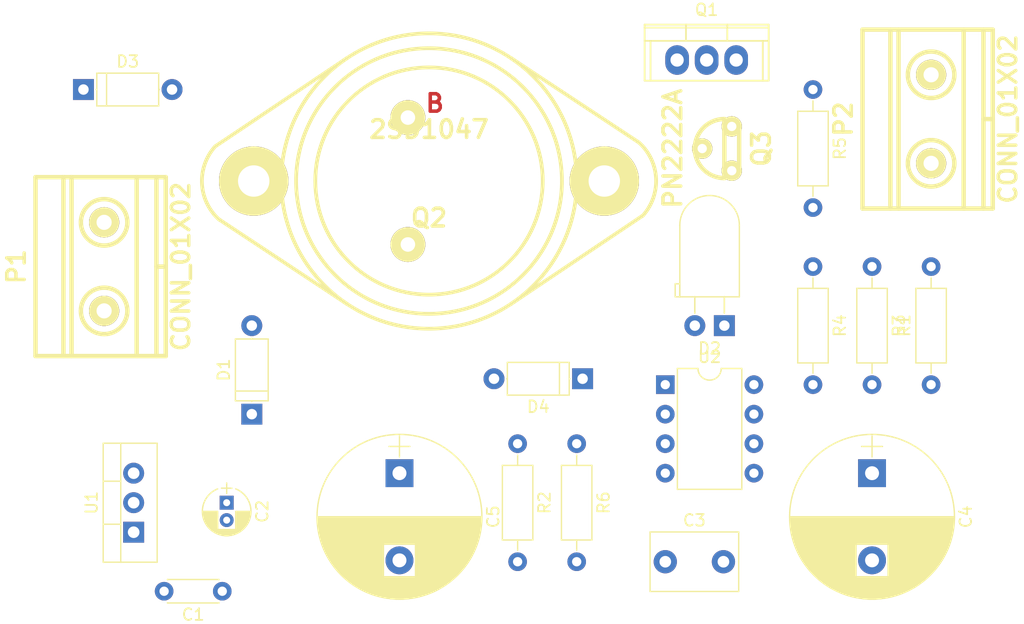
<source format=kicad_pcb>
(kicad_pcb (version 4) (host pcbnew 4.0.4-stable)

  (general
    (links 39)
    (no_connects 39)
    (area 52.01 53.127 142.77 140.985001)
    (thickness 1.6)
    (drawings 1)
    (tracks 0)
    (zones 0)
    (modules 22)
    (nets 17)
  )

  (page A4)
  (layers
    (0 F.Cu signal)
    (31 B.Cu signal)
    (32 B.Adhes user)
    (33 F.Adhes user)
    (34 B.Paste user)
    (35 F.Paste user)
    (36 B.SilkS user)
    (37 F.SilkS user)
    (38 B.Mask user)
    (39 F.Mask user)
    (40 Dwgs.User user)
    (41 Cmts.User user)
    (42 Eco1.User user)
    (43 Eco2.User user)
    (44 Edge.Cuts user)
    (45 Margin user)
    (46 B.CrtYd user)
    (47 F.CrtYd user)
    (48 B.Fab user)
    (49 F.Fab user)
  )

  (setup
    (last_trace_width 0.25)
    (trace_clearance 0.2)
    (zone_clearance 0.508)
    (zone_45_only no)
    (trace_min 0.2)
    (segment_width 0.2)
    (edge_width 0.15)
    (via_size 0.6)
    (via_drill 0.4)
    (via_min_size 0.4)
    (via_min_drill 0.3)
    (uvia_size 0.3)
    (uvia_drill 0.1)
    (uvias_allowed no)
    (uvia_min_size 0.2)
    (uvia_min_drill 0.1)
    (pcb_text_width 0.3)
    (pcb_text_size 1.5 1.5)
    (mod_edge_width 0.15)
    (mod_text_size 1 1)
    (mod_text_width 0.15)
    (pad_size 1.524 1.524)
    (pad_drill 0.762)
    (pad_to_mask_clearance 0.2)
    (aux_axis_origin 0 0)
    (visible_elements FFFFEF7F)
    (pcbplotparams
      (layerselection 0x00030_80000001)
      (usegerberextensions false)
      (excludeedgelayer true)
      (linewidth 0.100000)
      (plotframeref false)
      (viasonmask false)
      (mode 1)
      (useauxorigin false)
      (hpglpennumber 1)
      (hpglpenspeed 20)
      (hpglpendiameter 15)
      (hpglpenoverlay 2)
      (psnegative false)
      (psa4output false)
      (plotreference true)
      (plotvalue true)
      (plotinvisibletext false)
      (padsonsilk false)
      (subtractmaskfromsilk false)
      (outputformat 1)
      (mirror false)
      (drillshape 1)
      (scaleselection 1)
      (outputdirectory ""))
  )

  (net 0 "")
  (net 1 "Net-(C1-Pad1)")
  (net 2 "Net-(C1-Pad2)")
  (net 3 VCC)
  (net 4 "Net-(C3-Pad1)")
  (net 5 "Net-(C3-Pad2)")
  (net 6 "Net-(C4-Pad1)")
  (net 7 +24V)
  (net 8 "Net-(D2-Pad2)")
  (net 9 "Net-(D3-Pad2)")
  (net 10 "Net-(D4-Pad2)")
  (net 11 GND)
  (net 12 "Net-(Q1-Pad1)")
  (net 13 "Net-(Q3-Pad2)")
  (net 14 "Net-(Q3-Pad3)")
  (net 15 "Net-(R1-Pad2)")
  (net 16 "Net-(R2-Pad2)")

  (net_class Default "This is the default net class."
    (clearance 0.2)
    (trace_width 0.25)
    (via_dia 0.6)
    (via_drill 0.4)
    (uvia_dia 0.3)
    (uvia_drill 0.1)
    (add_net +24V)
    (add_net GND)
    (add_net "Net-(C1-Pad1)")
    (add_net "Net-(C1-Pad2)")
    (add_net "Net-(C3-Pad1)")
    (add_net "Net-(C3-Pad2)")
    (add_net "Net-(C4-Pad1)")
    (add_net "Net-(D2-Pad2)")
    (add_net "Net-(D3-Pad2)")
    (add_net "Net-(D4-Pad2)")
    (add_net "Net-(Q1-Pad1)")
    (add_net "Net-(Q3-Pad2)")
    (add_net "Net-(Q3-Pad3)")
    (add_net "Net-(R1-Pad2)")
    (add_net "Net-(R2-Pad2)")
    (add_net VCC)
  )

  (module Capacitors_ThroughHole:C_Disc_D4.3mm_W1.9mm_P5.00mm (layer F.Cu) (tedit 58765D06) (tstamp 58A2BFA7)
    (at 71.12 104.14 180)
    (descr "C, Disc series, Radial, pin pitch=5.00mm, , diameter*width=4.3*1.9mm^2, Capacitor, http://www.vishay.com/docs/45233/krseries.pdf")
    (tags "C Disc series Radial pin pitch 5.00mm  diameter 4.3mm width 1.9mm Capacitor")
    (path /58A2563A)
    (fp_text reference C1 (at 2.5 -2.01 180) (layer F.SilkS)
      (effects (font (size 1 1) (thickness 0.15)))
    )
    (fp_text value C (at 2.5 2.01 180) (layer F.Fab)
      (effects (font (size 1 1) (thickness 0.15)))
    )
    (fp_line (start 0.35 -0.95) (end 0.35 0.95) (layer F.Fab) (width 0.1))
    (fp_line (start 0.35 0.95) (end 4.65 0.95) (layer F.Fab) (width 0.1))
    (fp_line (start 4.65 0.95) (end 4.65 -0.95) (layer F.Fab) (width 0.1))
    (fp_line (start 4.65 -0.95) (end 0.35 -0.95) (layer F.Fab) (width 0.1))
    (fp_line (start 0.29 -1.01) (end 4.71 -1.01) (layer F.SilkS) (width 0.12))
    (fp_line (start 0.29 1.01) (end 4.71 1.01) (layer F.SilkS) (width 0.12))
    (fp_line (start 0.29 -1.01) (end 0.29 -0.996) (layer F.SilkS) (width 0.12))
    (fp_line (start 0.29 0.996) (end 0.29 1.01) (layer F.SilkS) (width 0.12))
    (fp_line (start 4.71 -1.01) (end 4.71 -0.996) (layer F.SilkS) (width 0.12))
    (fp_line (start 4.71 0.996) (end 4.71 1.01) (layer F.SilkS) (width 0.12))
    (fp_line (start -1.05 -1.3) (end -1.05 1.3) (layer F.CrtYd) (width 0.05))
    (fp_line (start -1.05 1.3) (end 6.05 1.3) (layer F.CrtYd) (width 0.05))
    (fp_line (start 6.05 1.3) (end 6.05 -1.3) (layer F.CrtYd) (width 0.05))
    (fp_line (start 6.05 -1.3) (end -1.05 -1.3) (layer F.CrtYd) (width 0.05))
    (pad 1 thru_hole circle (at 0 0 180) (size 1.6 1.6) (drill 0.8) (layers *.Cu *.Mask)
      (net 1 "Net-(C1-Pad1)"))
    (pad 2 thru_hole circle (at 5 0 180) (size 1.6 1.6) (drill 0.8) (layers *.Cu *.Mask)
      (net 2 "Net-(C1-Pad2)"))
    (model Capacitors_ThroughHole.3dshapes/C_Disc_D4.3mm_W1.9mm_P5.00mm.wrl
      (at (xyz 0 0 0))
      (scale (xyz 0.393701 0.393701 0.393701))
      (rotate (xyz 0 0 0))
    )
  )

  (module Capacitors_ThroughHole:CP_Radial_D4.0mm_P1.50mm (layer F.Cu) (tedit 58765D06) (tstamp 58A2BFAD)
    (at 71.5 96.52 270)
    (descr "CP, Radial series, Radial, pin pitch=1.50mm, , diameter=4mm, Electrolytic Capacitor")
    (tags "CP Radial series Radial pin pitch 1.50mm  diameter 4mm Electrolytic Capacitor")
    (path /58A25675)
    (fp_text reference C2 (at 0.75 -3.06 270) (layer F.SilkS)
      (effects (font (size 1 1) (thickness 0.15)))
    )
    (fp_text value 6.8uf (at 0.75 3.06 270) (layer F.Fab)
      (effects (font (size 1 1) (thickness 0.15)))
    )
    (fp_arc (start 0.75 0) (end -1.188995 -0.78) (angle 136.2) (layer F.SilkS) (width 0.12))
    (fp_arc (start 0.75 0) (end -1.188995 0.78) (angle -136.2) (layer F.SilkS) (width 0.12))
    (fp_arc (start 0.75 0) (end 2.688995 -0.78) (angle 43.8) (layer F.SilkS) (width 0.12))
    (fp_circle (center 0.75 0) (end 2.75 0) (layer F.Fab) (width 0.1))
    (fp_line (start -1.7 0) (end -0.8 0) (layer F.Fab) (width 0.1))
    (fp_line (start -1.25 -0.45) (end -1.25 0.45) (layer F.Fab) (width 0.1))
    (fp_line (start 0.75 0.78) (end 0.75 2.05) (layer F.SilkS) (width 0.12))
    (fp_line (start 0.75 -2.05) (end 0.75 -0.78) (layer F.SilkS) (width 0.12))
    (fp_line (start 0.79 -2.05) (end 0.79 -0.78) (layer F.SilkS) (width 0.12))
    (fp_line (start 0.79 0.78) (end 0.79 2.05) (layer F.SilkS) (width 0.12))
    (fp_line (start 0.83 -2.049) (end 0.83 -0.78) (layer F.SilkS) (width 0.12))
    (fp_line (start 0.83 0.78) (end 0.83 2.049) (layer F.SilkS) (width 0.12))
    (fp_line (start 0.87 -2.047) (end 0.87 -0.78) (layer F.SilkS) (width 0.12))
    (fp_line (start 0.87 0.78) (end 0.87 2.047) (layer F.SilkS) (width 0.12))
    (fp_line (start 0.91 -2.044) (end 0.91 -0.78) (layer F.SilkS) (width 0.12))
    (fp_line (start 0.91 0.78) (end 0.91 2.044) (layer F.SilkS) (width 0.12))
    (fp_line (start 0.95 -2.041) (end 0.95 -0.78) (layer F.SilkS) (width 0.12))
    (fp_line (start 0.95 0.78) (end 0.95 2.041) (layer F.SilkS) (width 0.12))
    (fp_line (start 0.99 -2.037) (end 0.99 -0.78) (layer F.SilkS) (width 0.12))
    (fp_line (start 0.99 0.78) (end 0.99 2.037) (layer F.SilkS) (width 0.12))
    (fp_line (start 1.03 -2.032) (end 1.03 -0.78) (layer F.SilkS) (width 0.12))
    (fp_line (start 1.03 0.78) (end 1.03 2.032) (layer F.SilkS) (width 0.12))
    (fp_line (start 1.07 -2.026) (end 1.07 -0.78) (layer F.SilkS) (width 0.12))
    (fp_line (start 1.07 0.78) (end 1.07 2.026) (layer F.SilkS) (width 0.12))
    (fp_line (start 1.11 -2.019) (end 1.11 -0.78) (layer F.SilkS) (width 0.12))
    (fp_line (start 1.11 0.78) (end 1.11 2.019) (layer F.SilkS) (width 0.12))
    (fp_line (start 1.15 -2.012) (end 1.15 -0.78) (layer F.SilkS) (width 0.12))
    (fp_line (start 1.15 0.78) (end 1.15 2.012) (layer F.SilkS) (width 0.12))
    (fp_line (start 1.19 -2.004) (end 1.19 -0.78) (layer F.SilkS) (width 0.12))
    (fp_line (start 1.19 0.78) (end 1.19 2.004) (layer F.SilkS) (width 0.12))
    (fp_line (start 1.23 -1.995) (end 1.23 -0.78) (layer F.SilkS) (width 0.12))
    (fp_line (start 1.23 0.78) (end 1.23 1.995) (layer F.SilkS) (width 0.12))
    (fp_line (start 1.27 -1.985) (end 1.27 -0.78) (layer F.SilkS) (width 0.12))
    (fp_line (start 1.27 0.78) (end 1.27 1.985) (layer F.SilkS) (width 0.12))
    (fp_line (start 1.31 -1.974) (end 1.31 -0.78) (layer F.SilkS) (width 0.12))
    (fp_line (start 1.31 0.78) (end 1.31 1.974) (layer F.SilkS) (width 0.12))
    (fp_line (start 1.35 -1.963) (end 1.35 -0.78) (layer F.SilkS) (width 0.12))
    (fp_line (start 1.35 0.78) (end 1.35 1.963) (layer F.SilkS) (width 0.12))
    (fp_line (start 1.39 -1.95) (end 1.39 -0.78) (layer F.SilkS) (width 0.12))
    (fp_line (start 1.39 0.78) (end 1.39 1.95) (layer F.SilkS) (width 0.12))
    (fp_line (start 1.43 -1.937) (end 1.43 -0.78) (layer F.SilkS) (width 0.12))
    (fp_line (start 1.43 0.78) (end 1.43 1.937) (layer F.SilkS) (width 0.12))
    (fp_line (start 1.471 -1.923) (end 1.471 -0.78) (layer F.SilkS) (width 0.12))
    (fp_line (start 1.471 0.78) (end 1.471 1.923) (layer F.SilkS) (width 0.12))
    (fp_line (start 1.511 -1.907) (end 1.511 -0.78) (layer F.SilkS) (width 0.12))
    (fp_line (start 1.511 0.78) (end 1.511 1.907) (layer F.SilkS) (width 0.12))
    (fp_line (start 1.551 -1.891) (end 1.551 -0.78) (layer F.SilkS) (width 0.12))
    (fp_line (start 1.551 0.78) (end 1.551 1.891) (layer F.SilkS) (width 0.12))
    (fp_line (start 1.591 -1.874) (end 1.591 -0.78) (layer F.SilkS) (width 0.12))
    (fp_line (start 1.591 0.78) (end 1.591 1.874) (layer F.SilkS) (width 0.12))
    (fp_line (start 1.631 -1.856) (end 1.631 -0.78) (layer F.SilkS) (width 0.12))
    (fp_line (start 1.631 0.78) (end 1.631 1.856) (layer F.SilkS) (width 0.12))
    (fp_line (start 1.671 -1.837) (end 1.671 -0.78) (layer F.SilkS) (width 0.12))
    (fp_line (start 1.671 0.78) (end 1.671 1.837) (layer F.SilkS) (width 0.12))
    (fp_line (start 1.711 -1.817) (end 1.711 -0.78) (layer F.SilkS) (width 0.12))
    (fp_line (start 1.711 0.78) (end 1.711 1.817) (layer F.SilkS) (width 0.12))
    (fp_line (start 1.751 -1.796) (end 1.751 -0.78) (layer F.SilkS) (width 0.12))
    (fp_line (start 1.751 0.78) (end 1.751 1.796) (layer F.SilkS) (width 0.12))
    (fp_line (start 1.791 -1.773) (end 1.791 -0.78) (layer F.SilkS) (width 0.12))
    (fp_line (start 1.791 0.78) (end 1.791 1.773) (layer F.SilkS) (width 0.12))
    (fp_line (start 1.831 -1.75) (end 1.831 -0.78) (layer F.SilkS) (width 0.12))
    (fp_line (start 1.831 0.78) (end 1.831 1.75) (layer F.SilkS) (width 0.12))
    (fp_line (start 1.871 -1.725) (end 1.871 -0.78) (layer F.SilkS) (width 0.12))
    (fp_line (start 1.871 0.78) (end 1.871 1.725) (layer F.SilkS) (width 0.12))
    (fp_line (start 1.911 -1.699) (end 1.911 -0.78) (layer F.SilkS) (width 0.12))
    (fp_line (start 1.911 0.78) (end 1.911 1.699) (layer F.SilkS) (width 0.12))
    (fp_line (start 1.951 -1.672) (end 1.951 -0.78) (layer F.SilkS) (width 0.12))
    (fp_line (start 1.951 0.78) (end 1.951 1.672) (layer F.SilkS) (width 0.12))
    (fp_line (start 1.991 -1.643) (end 1.991 -0.78) (layer F.SilkS) (width 0.12))
    (fp_line (start 1.991 0.78) (end 1.991 1.643) (layer F.SilkS) (width 0.12))
    (fp_line (start 2.031 -1.613) (end 2.031 -0.78) (layer F.SilkS) (width 0.12))
    (fp_line (start 2.031 0.78) (end 2.031 1.613) (layer F.SilkS) (width 0.12))
    (fp_line (start 2.071 -1.581) (end 2.071 -0.78) (layer F.SilkS) (width 0.12))
    (fp_line (start 2.071 0.78) (end 2.071 1.581) (layer F.SilkS) (width 0.12))
    (fp_line (start 2.111 -1.547) (end 2.111 -0.78) (layer F.SilkS) (width 0.12))
    (fp_line (start 2.111 0.78) (end 2.111 1.547) (layer F.SilkS) (width 0.12))
    (fp_line (start 2.151 -1.512) (end 2.151 -0.78) (layer F.SilkS) (width 0.12))
    (fp_line (start 2.151 0.78) (end 2.151 1.512) (layer F.SilkS) (width 0.12))
    (fp_line (start 2.191 -1.475) (end 2.191 -0.78) (layer F.SilkS) (width 0.12))
    (fp_line (start 2.191 0.78) (end 2.191 1.475) (layer F.SilkS) (width 0.12))
    (fp_line (start 2.231 -1.436) (end 2.231 -0.78) (layer F.SilkS) (width 0.12))
    (fp_line (start 2.231 0.78) (end 2.231 1.436) (layer F.SilkS) (width 0.12))
    (fp_line (start 2.271 -1.395) (end 2.271 -0.78) (layer F.SilkS) (width 0.12))
    (fp_line (start 2.271 0.78) (end 2.271 1.395) (layer F.SilkS) (width 0.12))
    (fp_line (start 2.311 -1.351) (end 2.311 1.351) (layer F.SilkS) (width 0.12))
    (fp_line (start 2.351 -1.305) (end 2.351 1.305) (layer F.SilkS) (width 0.12))
    (fp_line (start 2.391 -1.256) (end 2.391 1.256) (layer F.SilkS) (width 0.12))
    (fp_line (start 2.431 -1.204) (end 2.431 1.204) (layer F.SilkS) (width 0.12))
    (fp_line (start 2.471 -1.148) (end 2.471 1.148) (layer F.SilkS) (width 0.12))
    (fp_line (start 2.511 -1.088) (end 2.511 1.088) (layer F.SilkS) (width 0.12))
    (fp_line (start 2.551 -1.023) (end 2.551 1.023) (layer F.SilkS) (width 0.12))
    (fp_line (start 2.591 -0.952) (end 2.591 0.952) (layer F.SilkS) (width 0.12))
    (fp_line (start 2.631 -0.874) (end 2.631 0.874) (layer F.SilkS) (width 0.12))
    (fp_line (start 2.671 -0.786) (end 2.671 0.786) (layer F.SilkS) (width 0.12))
    (fp_line (start 2.711 -0.686) (end 2.711 0.686) (layer F.SilkS) (width 0.12))
    (fp_line (start 2.751 -0.567) (end 2.751 0.567) (layer F.SilkS) (width 0.12))
    (fp_line (start 2.791 -0.415) (end 2.791 0.415) (layer F.SilkS) (width 0.12))
    (fp_line (start 2.831 -0.165) (end 2.831 0.165) (layer F.SilkS) (width 0.12))
    (fp_line (start -1.7 0) (end -0.8 0) (layer F.SilkS) (width 0.12))
    (fp_line (start -1.25 -0.45) (end -1.25 0.45) (layer F.SilkS) (width 0.12))
    (fp_line (start -1.6 -2.35) (end -1.6 2.35) (layer F.CrtYd) (width 0.05))
    (fp_line (start -1.6 2.35) (end 3.1 2.35) (layer F.CrtYd) (width 0.05))
    (fp_line (start 3.1 2.35) (end 3.1 -2.35) (layer F.CrtYd) (width 0.05))
    (fp_line (start 3.1 -2.35) (end -1.6 -2.35) (layer F.CrtYd) (width 0.05))
    (pad 1 thru_hole rect (at 0 0 270) (size 1.2 1.2) (drill 0.6) (layers *.Cu *.Mask)
      (net 3 VCC))
    (pad 2 thru_hole circle (at 1.5 0 270) (size 1.2 1.2) (drill 0.6) (layers *.Cu *.Mask)
      (net 1 "Net-(C1-Pad1)"))
    (model Capacitors_ThroughHole.3dshapes/CP_Radial_D4.0mm_P1.50mm.wrl
      (at (xyz 0 0 0))
      (scale (xyz 0.393701 0.393701 0.393701))
      (rotate (xyz 0 0 0))
    )
  )

  (module Capacitors_ThroughHole:C_Disc_D7.5mm_W5.0mm_P5.00mm (layer F.Cu) (tedit 58765D06) (tstamp 58A2BFB3)
    (at 109.22 101.6)
    (descr "C, Disc series, Radial, pin pitch=5.00mm, , diameter*width=7.5*5.0mm^2, Capacitor, http://www.vishay.com/docs/28535/vy2series.pdf")
    (tags "C Disc series Radial pin pitch 5.00mm  diameter 7.5mm width 5.0mm Capacitor")
    (path /58A2A351)
    (fp_text reference C3 (at 2.5 -3.56) (layer F.SilkS)
      (effects (font (size 1 1) (thickness 0.15)))
    )
    (fp_text value C (at 2.5 3.56) (layer F.Fab)
      (effects (font (size 1 1) (thickness 0.15)))
    )
    (fp_line (start -1.25 -2.5) (end -1.25 2.5) (layer F.Fab) (width 0.1))
    (fp_line (start -1.25 2.5) (end 6.25 2.5) (layer F.Fab) (width 0.1))
    (fp_line (start 6.25 2.5) (end 6.25 -2.5) (layer F.Fab) (width 0.1))
    (fp_line (start 6.25 -2.5) (end -1.25 -2.5) (layer F.Fab) (width 0.1))
    (fp_line (start -1.31 -2.56) (end 6.31 -2.56) (layer F.SilkS) (width 0.12))
    (fp_line (start -1.31 2.56) (end 6.31 2.56) (layer F.SilkS) (width 0.12))
    (fp_line (start -1.31 -2.56) (end -1.31 2.56) (layer F.SilkS) (width 0.12))
    (fp_line (start 6.31 -2.56) (end 6.31 2.56) (layer F.SilkS) (width 0.12))
    (fp_line (start -1.6 -2.85) (end -1.6 2.85) (layer F.CrtYd) (width 0.05))
    (fp_line (start -1.6 2.85) (end 6.6 2.85) (layer F.CrtYd) (width 0.05))
    (fp_line (start 6.6 2.85) (end 6.6 -2.85) (layer F.CrtYd) (width 0.05))
    (fp_line (start 6.6 -2.85) (end -1.6 -2.85) (layer F.CrtYd) (width 0.05))
    (pad 1 thru_hole circle (at 0 0) (size 2 2) (drill 1) (layers *.Cu *.Mask)
      (net 4 "Net-(C3-Pad1)"))
    (pad 2 thru_hole circle (at 5 0) (size 2 2) (drill 1) (layers *.Cu *.Mask)
      (net 5 "Net-(C3-Pad2)"))
    (model Capacitors_ThroughHole.3dshapes/C_Disc_D7.5mm_W5.0mm_P5.00mm.wrl
      (at (xyz 0 0 0))
      (scale (xyz 0.393701 0.393701 0.393701))
      (rotate (xyz 0 0 0))
    )
  )

  (module Capacitors_ThroughHole:CP_Radial_D14.0mm_P7.50mm (layer F.Cu) (tedit 58765D06) (tstamp 58A2BFB9)
    (at 127 93.98 270)
    (descr "CP, Radial series, Radial, pin pitch=7.50mm, , diameter=14mm, Electrolytic Capacitor")
    (tags "CP Radial series Radial pin pitch 7.50mm  diameter 14mm Electrolytic Capacitor")
    (path /58A290D7)
    (fp_text reference C4 (at 3.75 -8.06 270) (layer F.SilkS)
      (effects (font (size 1 1) (thickness 0.15)))
    )
    (fp_text value CP (at 3.75 8.06 270) (layer F.Fab)
      (effects (font (size 1 1) (thickness 0.15)))
    )
    (fp_circle (center 3.75 0) (end 10.75 0) (layer F.Fab) (width 0.1))
    (fp_circle (center 3.75 0) (end 10.84 0) (layer F.SilkS) (width 0.12))
    (fp_line (start -3.2 0) (end -1.4 0) (layer F.Fab) (width 0.1))
    (fp_line (start -2.3 -0.9) (end -2.3 0.9) (layer F.Fab) (width 0.1))
    (fp_line (start 3.75 -7.05) (end 3.75 7.05) (layer F.SilkS) (width 0.12))
    (fp_line (start 3.79 -7.05) (end 3.79 7.05) (layer F.SilkS) (width 0.12))
    (fp_line (start 3.83 -7.05) (end 3.83 7.05) (layer F.SilkS) (width 0.12))
    (fp_line (start 3.87 -7.049) (end 3.87 7.049) (layer F.SilkS) (width 0.12))
    (fp_line (start 3.91 -7.049) (end 3.91 7.049) (layer F.SilkS) (width 0.12))
    (fp_line (start 3.95 -7.048) (end 3.95 7.048) (layer F.SilkS) (width 0.12))
    (fp_line (start 3.99 -7.046) (end 3.99 7.046) (layer F.SilkS) (width 0.12))
    (fp_line (start 4.03 -7.045) (end 4.03 7.045) (layer F.SilkS) (width 0.12))
    (fp_line (start 4.07 -7.043) (end 4.07 7.043) (layer F.SilkS) (width 0.12))
    (fp_line (start 4.11 -7.041) (end 4.11 7.041) (layer F.SilkS) (width 0.12))
    (fp_line (start 4.15 -7.039) (end 4.15 7.039) (layer F.SilkS) (width 0.12))
    (fp_line (start 4.19 -7.037) (end 4.19 7.037) (layer F.SilkS) (width 0.12))
    (fp_line (start 4.23 -7.034) (end 4.23 7.034) (layer F.SilkS) (width 0.12))
    (fp_line (start 4.27 -7.031) (end 4.27 7.031) (layer F.SilkS) (width 0.12))
    (fp_line (start 4.31 -7.028) (end 4.31 7.028) (layer F.SilkS) (width 0.12))
    (fp_line (start 4.35 -7.025) (end 4.35 7.025) (layer F.SilkS) (width 0.12))
    (fp_line (start 4.39 -7.022) (end 4.39 7.022) (layer F.SilkS) (width 0.12))
    (fp_line (start 4.43 -7.018) (end 4.43 7.018) (layer F.SilkS) (width 0.12))
    (fp_line (start 4.471 -7.014) (end 4.471 7.014) (layer F.SilkS) (width 0.12))
    (fp_line (start 4.511 -7.01) (end 4.511 7.01) (layer F.SilkS) (width 0.12))
    (fp_line (start 4.551 -7.005) (end 4.551 7.005) (layer F.SilkS) (width 0.12))
    (fp_line (start 4.591 -7.001) (end 4.591 7.001) (layer F.SilkS) (width 0.12))
    (fp_line (start 4.631 -6.996) (end 4.631 6.996) (layer F.SilkS) (width 0.12))
    (fp_line (start 4.671 -6.991) (end 4.671 6.991) (layer F.SilkS) (width 0.12))
    (fp_line (start 4.711 -6.985) (end 4.711 6.985) (layer F.SilkS) (width 0.12))
    (fp_line (start 4.751 -6.98) (end 4.751 6.98) (layer F.SilkS) (width 0.12))
    (fp_line (start 4.791 -6.974) (end 4.791 6.974) (layer F.SilkS) (width 0.12))
    (fp_line (start 4.831 -6.968) (end 4.831 6.968) (layer F.SilkS) (width 0.12))
    (fp_line (start 4.871 -6.961) (end 4.871 6.961) (layer F.SilkS) (width 0.12))
    (fp_line (start 4.911 -6.955) (end 4.911 6.955) (layer F.SilkS) (width 0.12))
    (fp_line (start 4.951 -6.948) (end 4.951 6.948) (layer F.SilkS) (width 0.12))
    (fp_line (start 4.991 -6.941) (end 4.991 6.941) (layer F.SilkS) (width 0.12))
    (fp_line (start 5.031 -6.934) (end 5.031 6.934) (layer F.SilkS) (width 0.12))
    (fp_line (start 5.071 -6.927) (end 5.071 6.927) (layer F.SilkS) (width 0.12))
    (fp_line (start 5.111 -6.919) (end 5.111 6.919) (layer F.SilkS) (width 0.12))
    (fp_line (start 5.151 -6.911) (end 5.151 6.911) (layer F.SilkS) (width 0.12))
    (fp_line (start 5.191 -6.903) (end 5.191 6.903) (layer F.SilkS) (width 0.12))
    (fp_line (start 5.231 -6.894) (end 5.231 6.894) (layer F.SilkS) (width 0.12))
    (fp_line (start 5.271 -6.886) (end 5.271 6.886) (layer F.SilkS) (width 0.12))
    (fp_line (start 5.311 -6.877) (end 5.311 6.877) (layer F.SilkS) (width 0.12))
    (fp_line (start 5.351 -6.868) (end 5.351 6.868) (layer F.SilkS) (width 0.12))
    (fp_line (start 5.391 -6.858) (end 5.391 6.858) (layer F.SilkS) (width 0.12))
    (fp_line (start 5.431 -6.849) (end 5.431 6.849) (layer F.SilkS) (width 0.12))
    (fp_line (start 5.471 -6.839) (end 5.471 6.839) (layer F.SilkS) (width 0.12))
    (fp_line (start 5.511 -6.829) (end 5.511 6.829) (layer F.SilkS) (width 0.12))
    (fp_line (start 5.551 -6.818) (end 5.551 6.818) (layer F.SilkS) (width 0.12))
    (fp_line (start 5.591 -6.808) (end 5.591 6.808) (layer F.SilkS) (width 0.12))
    (fp_line (start 5.631 -6.797) (end 5.631 6.797) (layer F.SilkS) (width 0.12))
    (fp_line (start 5.671 -6.786) (end 5.671 6.786) (layer F.SilkS) (width 0.12))
    (fp_line (start 5.711 -6.774) (end 5.711 6.774) (layer F.SilkS) (width 0.12))
    (fp_line (start 5.751 -6.763) (end 5.751 6.763) (layer F.SilkS) (width 0.12))
    (fp_line (start 5.791 -6.751) (end 5.791 6.751) (layer F.SilkS) (width 0.12))
    (fp_line (start 5.831 -6.739) (end 5.831 6.739) (layer F.SilkS) (width 0.12))
    (fp_line (start 5.871 -6.726) (end 5.871 6.726) (layer F.SilkS) (width 0.12))
    (fp_line (start 5.911 -6.713) (end 5.911 6.713) (layer F.SilkS) (width 0.12))
    (fp_line (start 5.951 -6.701) (end 5.951 6.701) (layer F.SilkS) (width 0.12))
    (fp_line (start 5.991 -6.687) (end 5.991 6.687) (layer F.SilkS) (width 0.12))
    (fp_line (start 6.031 -6.674) (end 6.031 6.674) (layer F.SilkS) (width 0.12))
    (fp_line (start 6.071 -6.66) (end 6.071 6.66) (layer F.SilkS) (width 0.12))
    (fp_line (start 6.111 -6.646) (end 6.111 6.646) (layer F.SilkS) (width 0.12))
    (fp_line (start 6.151 -6.632) (end 6.151 -1.38) (layer F.SilkS) (width 0.12))
    (fp_line (start 6.151 1.38) (end 6.151 6.632) (layer F.SilkS) (width 0.12))
    (fp_line (start 6.191 -6.617) (end 6.191 -1.38) (layer F.SilkS) (width 0.12))
    (fp_line (start 6.191 1.38) (end 6.191 6.617) (layer F.SilkS) (width 0.12))
    (fp_line (start 6.231 -6.603) (end 6.231 -1.38) (layer F.SilkS) (width 0.12))
    (fp_line (start 6.231 1.38) (end 6.231 6.603) (layer F.SilkS) (width 0.12))
    (fp_line (start 6.271 -6.588) (end 6.271 -1.38) (layer F.SilkS) (width 0.12))
    (fp_line (start 6.271 1.38) (end 6.271 6.588) (layer F.SilkS) (width 0.12))
    (fp_line (start 6.311 -6.572) (end 6.311 -1.38) (layer F.SilkS) (width 0.12))
    (fp_line (start 6.311 1.38) (end 6.311 6.572) (layer F.SilkS) (width 0.12))
    (fp_line (start 6.351 -6.557) (end 6.351 -1.38) (layer F.SilkS) (width 0.12))
    (fp_line (start 6.351 1.38) (end 6.351 6.557) (layer F.SilkS) (width 0.12))
    (fp_line (start 6.391 -6.541) (end 6.391 -1.38) (layer F.SilkS) (width 0.12))
    (fp_line (start 6.391 1.38) (end 6.391 6.541) (layer F.SilkS) (width 0.12))
    (fp_line (start 6.431 -6.524) (end 6.431 -1.38) (layer F.SilkS) (width 0.12))
    (fp_line (start 6.431 1.38) (end 6.431 6.524) (layer F.SilkS) (width 0.12))
    (fp_line (start 6.471 -6.508) (end 6.471 -1.38) (layer F.SilkS) (width 0.12))
    (fp_line (start 6.471 1.38) (end 6.471 6.508) (layer F.SilkS) (width 0.12))
    (fp_line (start 6.511 -6.491) (end 6.511 -1.38) (layer F.SilkS) (width 0.12))
    (fp_line (start 6.511 1.38) (end 6.511 6.491) (layer F.SilkS) (width 0.12))
    (fp_line (start 6.551 -6.474) (end 6.551 -1.38) (layer F.SilkS) (width 0.12))
    (fp_line (start 6.551 1.38) (end 6.551 6.474) (layer F.SilkS) (width 0.12))
    (fp_line (start 6.591 -6.457) (end 6.591 -1.38) (layer F.SilkS) (width 0.12))
    (fp_line (start 6.591 1.38) (end 6.591 6.457) (layer F.SilkS) (width 0.12))
    (fp_line (start 6.631 -6.439) (end 6.631 -1.38) (layer F.SilkS) (width 0.12))
    (fp_line (start 6.631 1.38) (end 6.631 6.439) (layer F.SilkS) (width 0.12))
    (fp_line (start 6.671 -6.421) (end 6.671 -1.38) (layer F.SilkS) (width 0.12))
    (fp_line (start 6.671 1.38) (end 6.671 6.421) (layer F.SilkS) (width 0.12))
    (fp_line (start 6.711 -6.403) (end 6.711 -1.38) (layer F.SilkS) (width 0.12))
    (fp_line (start 6.711 1.38) (end 6.711 6.403) (layer F.SilkS) (width 0.12))
    (fp_line (start 6.751 -6.385) (end 6.751 -1.38) (layer F.SilkS) (width 0.12))
    (fp_line (start 6.751 1.38) (end 6.751 6.385) (layer F.SilkS) (width 0.12))
    (fp_line (start 6.791 -6.366) (end 6.791 -1.38) (layer F.SilkS) (width 0.12))
    (fp_line (start 6.791 1.38) (end 6.791 6.366) (layer F.SilkS) (width 0.12))
    (fp_line (start 6.831 -6.347) (end 6.831 -1.38) (layer F.SilkS) (width 0.12))
    (fp_line (start 6.831 1.38) (end 6.831 6.347) (layer F.SilkS) (width 0.12))
    (fp_line (start 6.871 -6.327) (end 6.871 -1.38) (layer F.SilkS) (width 0.12))
    (fp_line (start 6.871 1.38) (end 6.871 6.327) (layer F.SilkS) (width 0.12))
    (fp_line (start 6.911 -6.307) (end 6.911 -1.38) (layer F.SilkS) (width 0.12))
    (fp_line (start 6.911 1.38) (end 6.911 6.307) (layer F.SilkS) (width 0.12))
    (fp_line (start 6.951 -6.287) (end 6.951 -1.38) (layer F.SilkS) (width 0.12))
    (fp_line (start 6.951 1.38) (end 6.951 6.287) (layer F.SilkS) (width 0.12))
    (fp_line (start 6.991 -6.267) (end 6.991 -1.38) (layer F.SilkS) (width 0.12))
    (fp_line (start 6.991 1.38) (end 6.991 6.267) (layer F.SilkS) (width 0.12))
    (fp_line (start 7.031 -6.246) (end 7.031 -1.38) (layer F.SilkS) (width 0.12))
    (fp_line (start 7.031 1.38) (end 7.031 6.246) (layer F.SilkS) (width 0.12))
    (fp_line (start 7.071 -6.225) (end 7.071 -1.38) (layer F.SilkS) (width 0.12))
    (fp_line (start 7.071 1.38) (end 7.071 6.225) (layer F.SilkS) (width 0.12))
    (fp_line (start 7.111 -6.204) (end 7.111 -1.38) (layer F.SilkS) (width 0.12))
    (fp_line (start 7.111 1.38) (end 7.111 6.204) (layer F.SilkS) (width 0.12))
    (fp_line (start 7.151 -6.182) (end 7.151 -1.38) (layer F.SilkS) (width 0.12))
    (fp_line (start 7.151 1.38) (end 7.151 6.182) (layer F.SilkS) (width 0.12))
    (fp_line (start 7.191 -6.16) (end 7.191 -1.38) (layer F.SilkS) (width 0.12))
    (fp_line (start 7.191 1.38) (end 7.191 6.16) (layer F.SilkS) (width 0.12))
    (fp_line (start 7.231 -6.138) (end 7.231 -1.38) (layer F.SilkS) (width 0.12))
    (fp_line (start 7.231 1.38) (end 7.231 6.138) (layer F.SilkS) (width 0.12))
    (fp_line (start 7.271 -6.115) (end 7.271 -1.38) (layer F.SilkS) (width 0.12))
    (fp_line (start 7.271 1.38) (end 7.271 6.115) (layer F.SilkS) (width 0.12))
    (fp_line (start 7.311 -6.092) (end 7.311 -1.38) (layer F.SilkS) (width 0.12))
    (fp_line (start 7.311 1.38) (end 7.311 6.092) (layer F.SilkS) (width 0.12))
    (fp_line (start 7.351 -6.069) (end 7.351 -1.38) (layer F.SilkS) (width 0.12))
    (fp_line (start 7.351 1.38) (end 7.351 6.069) (layer F.SilkS) (width 0.12))
    (fp_line (start 7.391 -6.045) (end 7.391 -1.38) (layer F.SilkS) (width 0.12))
    (fp_line (start 7.391 1.38) (end 7.391 6.045) (layer F.SilkS) (width 0.12))
    (fp_line (start 7.431 -6.021) (end 7.431 -1.38) (layer F.SilkS) (width 0.12))
    (fp_line (start 7.431 1.38) (end 7.431 6.021) (layer F.SilkS) (width 0.12))
    (fp_line (start 7.471 -5.996) (end 7.471 -1.38) (layer F.SilkS) (width 0.12))
    (fp_line (start 7.471 1.38) (end 7.471 5.996) (layer F.SilkS) (width 0.12))
    (fp_line (start 7.511 -5.971) (end 7.511 -1.38) (layer F.SilkS) (width 0.12))
    (fp_line (start 7.511 1.38) (end 7.511 5.971) (layer F.SilkS) (width 0.12))
    (fp_line (start 7.551 -5.946) (end 7.551 -1.38) (layer F.SilkS) (width 0.12))
    (fp_line (start 7.551 1.38) (end 7.551 5.946) (layer F.SilkS) (width 0.12))
    (fp_line (start 7.591 -5.921) (end 7.591 -1.38) (layer F.SilkS) (width 0.12))
    (fp_line (start 7.591 1.38) (end 7.591 5.921) (layer F.SilkS) (width 0.12))
    (fp_line (start 7.631 -5.895) (end 7.631 -1.38) (layer F.SilkS) (width 0.12))
    (fp_line (start 7.631 1.38) (end 7.631 5.895) (layer F.SilkS) (width 0.12))
    (fp_line (start 7.671 -5.868) (end 7.671 -1.38) (layer F.SilkS) (width 0.12))
    (fp_line (start 7.671 1.38) (end 7.671 5.868) (layer F.SilkS) (width 0.12))
    (fp_line (start 7.711 -5.842) (end 7.711 -1.38) (layer F.SilkS) (width 0.12))
    (fp_line (start 7.711 1.38) (end 7.711 5.842) (layer F.SilkS) (width 0.12))
    (fp_line (start 7.751 -5.814) (end 7.751 -1.38) (layer F.SilkS) (width 0.12))
    (fp_line (start 7.751 1.38) (end 7.751 5.814) (layer F.SilkS) (width 0.12))
    (fp_line (start 7.791 -5.787) (end 7.791 -1.38) (layer F.SilkS) (width 0.12))
    (fp_line (start 7.791 1.38) (end 7.791 5.787) (layer F.SilkS) (width 0.12))
    (fp_line (start 7.831 -5.759) (end 7.831 -1.38) (layer F.SilkS) (width 0.12))
    (fp_line (start 7.831 1.38) (end 7.831 5.759) (layer F.SilkS) (width 0.12))
    (fp_line (start 7.871 -5.731) (end 7.871 -1.38) (layer F.SilkS) (width 0.12))
    (fp_line (start 7.871 1.38) (end 7.871 5.731) (layer F.SilkS) (width 0.12))
    (fp_line (start 7.911 -5.702) (end 7.911 -1.38) (layer F.SilkS) (width 0.12))
    (fp_line (start 7.911 1.38) (end 7.911 5.702) (layer F.SilkS) (width 0.12))
    (fp_line (start 7.951 -5.673) (end 7.951 -1.38) (layer F.SilkS) (width 0.12))
    (fp_line (start 7.951 1.38) (end 7.951 5.673) (layer F.SilkS) (width 0.12))
    (fp_line (start 7.991 -5.643) (end 7.991 -1.38) (layer F.SilkS) (width 0.12))
    (fp_line (start 7.991 1.38) (end 7.991 5.643) (layer F.SilkS) (width 0.12))
    (fp_line (start 8.031 -5.613) (end 8.031 -1.38) (layer F.SilkS) (width 0.12))
    (fp_line (start 8.031 1.38) (end 8.031 5.613) (layer F.SilkS) (width 0.12))
    (fp_line (start 8.071 -5.582) (end 8.071 -1.38) (layer F.SilkS) (width 0.12))
    (fp_line (start 8.071 1.38) (end 8.071 5.582) (layer F.SilkS) (width 0.12))
    (fp_line (start 8.111 -5.551) (end 8.111 -1.38) (layer F.SilkS) (width 0.12))
    (fp_line (start 8.111 1.38) (end 8.111 5.551) (layer F.SilkS) (width 0.12))
    (fp_line (start 8.151 -5.52) (end 8.151 -1.38) (layer F.SilkS) (width 0.12))
    (fp_line (start 8.151 1.38) (end 8.151 5.52) (layer F.SilkS) (width 0.12))
    (fp_line (start 8.191 -5.488) (end 8.191 -1.38) (layer F.SilkS) (width 0.12))
    (fp_line (start 8.191 1.38) (end 8.191 5.488) (layer F.SilkS) (width 0.12))
    (fp_line (start 8.231 -5.456) (end 8.231 -1.38) (layer F.SilkS) (width 0.12))
    (fp_line (start 8.231 1.38) (end 8.231 5.456) (layer F.SilkS) (width 0.12))
    (fp_line (start 8.271 -5.423) (end 8.271 -1.38) (layer F.SilkS) (width 0.12))
    (fp_line (start 8.271 1.38) (end 8.271 5.423) (layer F.SilkS) (width 0.12))
    (fp_line (start 8.311 -5.39) (end 8.311 -1.38) (layer F.SilkS) (width 0.12))
    (fp_line (start 8.311 1.38) (end 8.311 5.39) (layer F.SilkS) (width 0.12))
    (fp_line (start 8.351 -5.356) (end 8.351 -1.38) (layer F.SilkS) (width 0.12))
    (fp_line (start 8.351 1.38) (end 8.351 5.356) (layer F.SilkS) (width 0.12))
    (fp_line (start 8.391 -5.321) (end 8.391 -1.38) (layer F.SilkS) (width 0.12))
    (fp_line (start 8.391 1.38) (end 8.391 5.321) (layer F.SilkS) (width 0.12))
    (fp_line (start 8.431 -5.286) (end 8.431 -1.38) (layer F.SilkS) (width 0.12))
    (fp_line (start 8.431 1.38) (end 8.431 5.286) (layer F.SilkS) (width 0.12))
    (fp_line (start 8.471 -5.251) (end 8.471 -1.38) (layer F.SilkS) (width 0.12))
    (fp_line (start 8.471 1.38) (end 8.471 5.251) (layer F.SilkS) (width 0.12))
    (fp_line (start 8.511 -5.215) (end 8.511 -1.38) (layer F.SilkS) (width 0.12))
    (fp_line (start 8.511 1.38) (end 8.511 5.215) (layer F.SilkS) (width 0.12))
    (fp_line (start 8.551 -5.179) (end 8.551 -1.38) (layer F.SilkS) (width 0.12))
    (fp_line (start 8.551 1.38) (end 8.551 5.179) (layer F.SilkS) (width 0.12))
    (fp_line (start 8.591 -5.141) (end 8.591 -1.38) (layer F.SilkS) (width 0.12))
    (fp_line (start 8.591 1.38) (end 8.591 5.141) (layer F.SilkS) (width 0.12))
    (fp_line (start 8.631 -5.104) (end 8.631 -1.38) (layer F.SilkS) (width 0.12))
    (fp_line (start 8.631 1.38) (end 8.631 5.104) (layer F.SilkS) (width 0.12))
    (fp_line (start 8.671 -5.066) (end 8.671 -1.38) (layer F.SilkS) (width 0.12))
    (fp_line (start 8.671 1.38) (end 8.671 5.066) (layer F.SilkS) (width 0.12))
    (fp_line (start 8.711 -5.027) (end 8.711 -1.38) (layer F.SilkS) (width 0.12))
    (fp_line (start 8.711 1.38) (end 8.711 5.027) (layer F.SilkS) (width 0.12))
    (fp_line (start 8.751 -4.987) (end 8.751 -1.38) (layer F.SilkS) (width 0.12))
    (fp_line (start 8.751 1.38) (end 8.751 4.987) (layer F.SilkS) (width 0.12))
    (fp_line (start 8.791 -4.947) (end 8.791 -1.38) (layer F.SilkS) (width 0.12))
    (fp_line (start 8.791 1.38) (end 8.791 4.947) (layer F.SilkS) (width 0.12))
    (fp_line (start 8.831 -4.906) (end 8.831 -1.38) (layer F.SilkS) (width 0.12))
    (fp_line (start 8.831 1.38) (end 8.831 4.906) (layer F.SilkS) (width 0.12))
    (fp_line (start 8.871 -4.865) (end 8.871 -1.38) (layer F.SilkS) (width 0.12))
    (fp_line (start 8.871 1.38) (end 8.871 4.865) (layer F.SilkS) (width 0.12))
    (fp_line (start 8.911 -4.823) (end 8.911 4.823) (layer F.SilkS) (width 0.12))
    (fp_line (start 8.951 -4.78) (end 8.951 4.78) (layer F.SilkS) (width 0.12))
    (fp_line (start 8.991 -4.737) (end 8.991 4.737) (layer F.SilkS) (width 0.12))
    (fp_line (start 9.031 -4.692) (end 9.031 4.692) (layer F.SilkS) (width 0.12))
    (fp_line (start 9.071 -4.647) (end 9.071 4.647) (layer F.SilkS) (width 0.12))
    (fp_line (start 9.111 -4.601) (end 9.111 4.601) (layer F.SilkS) (width 0.12))
    (fp_line (start 9.151 -4.555) (end 9.151 4.555) (layer F.SilkS) (width 0.12))
    (fp_line (start 9.191 -4.507) (end 9.191 4.507) (layer F.SilkS) (width 0.12))
    (fp_line (start 9.231 -4.459) (end 9.231 4.459) (layer F.SilkS) (width 0.12))
    (fp_line (start 9.271 -4.41) (end 9.271 4.41) (layer F.SilkS) (width 0.12))
    (fp_line (start 9.311 -4.36) (end 9.311 4.36) (layer F.SilkS) (width 0.12))
    (fp_line (start 9.351 -4.309) (end 9.351 4.309) (layer F.SilkS) (width 0.12))
    (fp_line (start 9.391 -4.257) (end 9.391 4.257) (layer F.SilkS) (width 0.12))
    (fp_line (start 9.431 -4.204) (end 9.431 4.204) (layer F.SilkS) (width 0.12))
    (fp_line (start 9.471 -4.15) (end 9.471 4.15) (layer F.SilkS) (width 0.12))
    (fp_line (start 9.511 -4.095) (end 9.511 4.095) (layer F.SilkS) (width 0.12))
    (fp_line (start 9.551 -4.038) (end 9.551 4.038) (layer F.SilkS) (width 0.12))
    (fp_line (start 9.591 -3.981) (end 9.591 3.981) (layer F.SilkS) (width 0.12))
    (fp_line (start 9.631 -3.922) (end 9.631 3.922) (layer F.SilkS) (width 0.12))
    (fp_line (start 9.671 -3.862) (end 9.671 3.862) (layer F.SilkS) (width 0.12))
    (fp_line (start 9.711 -3.801) (end 9.711 3.801) (layer F.SilkS) (width 0.12))
    (fp_line (start 9.751 -3.738) (end 9.751 3.738) (layer F.SilkS) (width 0.12))
    (fp_line (start 9.791 -3.674) (end 9.791 3.674) (layer F.SilkS) (width 0.12))
    (fp_line (start 9.831 -3.608) (end 9.831 3.608) (layer F.SilkS) (width 0.12))
    (fp_line (start 9.871 -3.54) (end 9.871 3.54) (layer F.SilkS) (width 0.12))
    (fp_line (start 9.911 -3.471) (end 9.911 3.471) (layer F.SilkS) (width 0.12))
    (fp_line (start 9.951 -3.4) (end 9.951 3.4) (layer F.SilkS) (width 0.12))
    (fp_line (start 9.991 -3.327) (end 9.991 3.327) (layer F.SilkS) (width 0.12))
    (fp_line (start 10.031 -3.251) (end 10.031 3.251) (layer F.SilkS) (width 0.12))
    (fp_line (start 10.071 -3.174) (end 10.071 3.174) (layer F.SilkS) (width 0.12))
    (fp_line (start 10.111 -3.094) (end 10.111 3.094) (layer F.SilkS) (width 0.12))
    (fp_line (start 10.151 -3.011) (end 10.151 3.011) (layer F.SilkS) (width 0.12))
    (fp_line (start 10.191 -2.926) (end 10.191 2.926) (layer F.SilkS) (width 0.12))
    (fp_line (start 10.231 -2.838) (end 10.231 2.838) (layer F.SilkS) (width 0.12))
    (fp_line (start 10.271 -2.746) (end 10.271 2.746) (layer F.SilkS) (width 0.12))
    (fp_line (start 10.311 -2.65) (end 10.311 2.65) (layer F.SilkS) (width 0.12))
    (fp_line (start 10.351 -2.55) (end 10.351 2.55) (layer F.SilkS) (width 0.12))
    (fp_line (start 10.391 -2.446) (end 10.391 2.446) (layer F.SilkS) (width 0.12))
    (fp_line (start 10.431 -2.337) (end 10.431 2.337) (layer F.SilkS) (width 0.12))
    (fp_line (start 10.471 -2.221) (end 10.471 2.221) (layer F.SilkS) (width 0.12))
    (fp_line (start 10.511 -2.098) (end 10.511 2.098) (layer F.SilkS) (width 0.12))
    (fp_line (start 10.551 -1.968) (end 10.551 1.968) (layer F.SilkS) (width 0.12))
    (fp_line (start 10.591 -1.827) (end 10.591 1.827) (layer F.SilkS) (width 0.12))
    (fp_line (start 10.631 -1.673) (end 10.631 1.673) (layer F.SilkS) (width 0.12))
    (fp_line (start 10.671 -1.504) (end 10.671 1.504) (layer F.SilkS) (width 0.12))
    (fp_line (start 10.711 -1.312) (end 10.711 1.312) (layer F.SilkS) (width 0.12))
    (fp_line (start 10.751 -1.087) (end 10.751 1.087) (layer F.SilkS) (width 0.12))
    (fp_line (start 10.791 -0.801) (end 10.791 0.801) (layer F.SilkS) (width 0.12))
    (fp_line (start 10.831 -0.337) (end 10.831 0.337) (layer F.SilkS) (width 0.12))
    (fp_line (start -3.2 0) (end -1.4 0) (layer F.SilkS) (width 0.12))
    (fp_line (start -2.3 -0.9) (end -2.3 0.9) (layer F.SilkS) (width 0.12))
    (fp_line (start -3.6 -7.35) (end -3.6 7.35) (layer F.CrtYd) (width 0.05))
    (fp_line (start -3.6 7.35) (end 11.1 7.35) (layer F.CrtYd) (width 0.05))
    (fp_line (start 11.1 7.35) (end 11.1 -7.35) (layer F.CrtYd) (width 0.05))
    (fp_line (start 11.1 -7.35) (end -3.6 -7.35) (layer F.CrtYd) (width 0.05))
    (pad 1 thru_hole rect (at 0 0 270) (size 2.4 2.4) (drill 1.2) (layers *.Cu *.Mask)
      (net 6 "Net-(C4-Pad1)"))
    (pad 2 thru_hole circle (at 7.5 0 270) (size 2.4 2.4) (drill 1.2) (layers *.Cu *.Mask)
      (net 4 "Net-(C3-Pad1)"))
    (model Capacitors_ThroughHole.3dshapes/CP_Radial_D14.0mm_P7.50mm.wrl
      (at (xyz 0 0 0))
      (scale (xyz 0.393701 0.393701 0.393701))
      (rotate (xyz 0 0 0))
    )
  )

  (module Capacitors_ThroughHole:CP_Radial_D14.0mm_P7.50mm (layer F.Cu) (tedit 58765D06) (tstamp 58A2BFBF)
    (at 86.36 93.98 270)
    (descr "CP, Radial series, Radial, pin pitch=7.50mm, , diameter=14mm, Electrolytic Capacitor")
    (tags "CP Radial series Radial pin pitch 7.50mm  diameter 14mm Electrolytic Capacitor")
    (path /58A3382B)
    (fp_text reference C5 (at 3.75 -8.06 270) (layer F.SilkS)
      (effects (font (size 1 1) (thickness 0.15)))
    )
    (fp_text value 2200uF (at 3.75 8.06 270) (layer F.Fab)
      (effects (font (size 1 1) (thickness 0.15)))
    )
    (fp_circle (center 3.75 0) (end 10.75 0) (layer F.Fab) (width 0.1))
    (fp_circle (center 3.75 0) (end 10.84 0) (layer F.SilkS) (width 0.12))
    (fp_line (start -3.2 0) (end -1.4 0) (layer F.Fab) (width 0.1))
    (fp_line (start -2.3 -0.9) (end -2.3 0.9) (layer F.Fab) (width 0.1))
    (fp_line (start 3.75 -7.05) (end 3.75 7.05) (layer F.SilkS) (width 0.12))
    (fp_line (start 3.79 -7.05) (end 3.79 7.05) (layer F.SilkS) (width 0.12))
    (fp_line (start 3.83 -7.05) (end 3.83 7.05) (layer F.SilkS) (width 0.12))
    (fp_line (start 3.87 -7.049) (end 3.87 7.049) (layer F.SilkS) (width 0.12))
    (fp_line (start 3.91 -7.049) (end 3.91 7.049) (layer F.SilkS) (width 0.12))
    (fp_line (start 3.95 -7.048) (end 3.95 7.048) (layer F.SilkS) (width 0.12))
    (fp_line (start 3.99 -7.046) (end 3.99 7.046) (layer F.SilkS) (width 0.12))
    (fp_line (start 4.03 -7.045) (end 4.03 7.045) (layer F.SilkS) (width 0.12))
    (fp_line (start 4.07 -7.043) (end 4.07 7.043) (layer F.SilkS) (width 0.12))
    (fp_line (start 4.11 -7.041) (end 4.11 7.041) (layer F.SilkS) (width 0.12))
    (fp_line (start 4.15 -7.039) (end 4.15 7.039) (layer F.SilkS) (width 0.12))
    (fp_line (start 4.19 -7.037) (end 4.19 7.037) (layer F.SilkS) (width 0.12))
    (fp_line (start 4.23 -7.034) (end 4.23 7.034) (layer F.SilkS) (width 0.12))
    (fp_line (start 4.27 -7.031) (end 4.27 7.031) (layer F.SilkS) (width 0.12))
    (fp_line (start 4.31 -7.028) (end 4.31 7.028) (layer F.SilkS) (width 0.12))
    (fp_line (start 4.35 -7.025) (end 4.35 7.025) (layer F.SilkS) (width 0.12))
    (fp_line (start 4.39 -7.022) (end 4.39 7.022) (layer F.SilkS) (width 0.12))
    (fp_line (start 4.43 -7.018) (end 4.43 7.018) (layer F.SilkS) (width 0.12))
    (fp_line (start 4.471 -7.014) (end 4.471 7.014) (layer F.SilkS) (width 0.12))
    (fp_line (start 4.511 -7.01) (end 4.511 7.01) (layer F.SilkS) (width 0.12))
    (fp_line (start 4.551 -7.005) (end 4.551 7.005) (layer F.SilkS) (width 0.12))
    (fp_line (start 4.591 -7.001) (end 4.591 7.001) (layer F.SilkS) (width 0.12))
    (fp_line (start 4.631 -6.996) (end 4.631 6.996) (layer F.SilkS) (width 0.12))
    (fp_line (start 4.671 -6.991) (end 4.671 6.991) (layer F.SilkS) (width 0.12))
    (fp_line (start 4.711 -6.985) (end 4.711 6.985) (layer F.SilkS) (width 0.12))
    (fp_line (start 4.751 -6.98) (end 4.751 6.98) (layer F.SilkS) (width 0.12))
    (fp_line (start 4.791 -6.974) (end 4.791 6.974) (layer F.SilkS) (width 0.12))
    (fp_line (start 4.831 -6.968) (end 4.831 6.968) (layer F.SilkS) (width 0.12))
    (fp_line (start 4.871 -6.961) (end 4.871 6.961) (layer F.SilkS) (width 0.12))
    (fp_line (start 4.911 -6.955) (end 4.911 6.955) (layer F.SilkS) (width 0.12))
    (fp_line (start 4.951 -6.948) (end 4.951 6.948) (layer F.SilkS) (width 0.12))
    (fp_line (start 4.991 -6.941) (end 4.991 6.941) (layer F.SilkS) (width 0.12))
    (fp_line (start 5.031 -6.934) (end 5.031 6.934) (layer F.SilkS) (width 0.12))
    (fp_line (start 5.071 -6.927) (end 5.071 6.927) (layer F.SilkS) (width 0.12))
    (fp_line (start 5.111 -6.919) (end 5.111 6.919) (layer F.SilkS) (width 0.12))
    (fp_line (start 5.151 -6.911) (end 5.151 6.911) (layer F.SilkS) (width 0.12))
    (fp_line (start 5.191 -6.903) (end 5.191 6.903) (layer F.SilkS) (width 0.12))
    (fp_line (start 5.231 -6.894) (end 5.231 6.894) (layer F.SilkS) (width 0.12))
    (fp_line (start 5.271 -6.886) (end 5.271 6.886) (layer F.SilkS) (width 0.12))
    (fp_line (start 5.311 -6.877) (end 5.311 6.877) (layer F.SilkS) (width 0.12))
    (fp_line (start 5.351 -6.868) (end 5.351 6.868) (layer F.SilkS) (width 0.12))
    (fp_line (start 5.391 -6.858) (end 5.391 6.858) (layer F.SilkS) (width 0.12))
    (fp_line (start 5.431 -6.849) (end 5.431 6.849) (layer F.SilkS) (width 0.12))
    (fp_line (start 5.471 -6.839) (end 5.471 6.839) (layer F.SilkS) (width 0.12))
    (fp_line (start 5.511 -6.829) (end 5.511 6.829) (layer F.SilkS) (width 0.12))
    (fp_line (start 5.551 -6.818) (end 5.551 6.818) (layer F.SilkS) (width 0.12))
    (fp_line (start 5.591 -6.808) (end 5.591 6.808) (layer F.SilkS) (width 0.12))
    (fp_line (start 5.631 -6.797) (end 5.631 6.797) (layer F.SilkS) (width 0.12))
    (fp_line (start 5.671 -6.786) (end 5.671 6.786) (layer F.SilkS) (width 0.12))
    (fp_line (start 5.711 -6.774) (end 5.711 6.774) (layer F.SilkS) (width 0.12))
    (fp_line (start 5.751 -6.763) (end 5.751 6.763) (layer F.SilkS) (width 0.12))
    (fp_line (start 5.791 -6.751) (end 5.791 6.751) (layer F.SilkS) (width 0.12))
    (fp_line (start 5.831 -6.739) (end 5.831 6.739) (layer F.SilkS) (width 0.12))
    (fp_line (start 5.871 -6.726) (end 5.871 6.726) (layer F.SilkS) (width 0.12))
    (fp_line (start 5.911 -6.713) (end 5.911 6.713) (layer F.SilkS) (width 0.12))
    (fp_line (start 5.951 -6.701) (end 5.951 6.701) (layer F.SilkS) (width 0.12))
    (fp_line (start 5.991 -6.687) (end 5.991 6.687) (layer F.SilkS) (width 0.12))
    (fp_line (start 6.031 -6.674) (end 6.031 6.674) (layer F.SilkS) (width 0.12))
    (fp_line (start 6.071 -6.66) (end 6.071 6.66) (layer F.SilkS) (width 0.12))
    (fp_line (start 6.111 -6.646) (end 6.111 6.646) (layer F.SilkS) (width 0.12))
    (fp_line (start 6.151 -6.632) (end 6.151 -1.38) (layer F.SilkS) (width 0.12))
    (fp_line (start 6.151 1.38) (end 6.151 6.632) (layer F.SilkS) (width 0.12))
    (fp_line (start 6.191 -6.617) (end 6.191 -1.38) (layer F.SilkS) (width 0.12))
    (fp_line (start 6.191 1.38) (end 6.191 6.617) (layer F.SilkS) (width 0.12))
    (fp_line (start 6.231 -6.603) (end 6.231 -1.38) (layer F.SilkS) (width 0.12))
    (fp_line (start 6.231 1.38) (end 6.231 6.603) (layer F.SilkS) (width 0.12))
    (fp_line (start 6.271 -6.588) (end 6.271 -1.38) (layer F.SilkS) (width 0.12))
    (fp_line (start 6.271 1.38) (end 6.271 6.588) (layer F.SilkS) (width 0.12))
    (fp_line (start 6.311 -6.572) (end 6.311 -1.38) (layer F.SilkS) (width 0.12))
    (fp_line (start 6.311 1.38) (end 6.311 6.572) (layer F.SilkS) (width 0.12))
    (fp_line (start 6.351 -6.557) (end 6.351 -1.38) (layer F.SilkS) (width 0.12))
    (fp_line (start 6.351 1.38) (end 6.351 6.557) (layer F.SilkS) (width 0.12))
    (fp_line (start 6.391 -6.541) (end 6.391 -1.38) (layer F.SilkS) (width 0.12))
    (fp_line (start 6.391 1.38) (end 6.391 6.541) (layer F.SilkS) (width 0.12))
    (fp_line (start 6.431 -6.524) (end 6.431 -1.38) (layer F.SilkS) (width 0.12))
    (fp_line (start 6.431 1.38) (end 6.431 6.524) (layer F.SilkS) (width 0.12))
    (fp_line (start 6.471 -6.508) (end 6.471 -1.38) (layer F.SilkS) (width 0.12))
    (fp_line (start 6.471 1.38) (end 6.471 6.508) (layer F.SilkS) (width 0.12))
    (fp_line (start 6.511 -6.491) (end 6.511 -1.38) (layer F.SilkS) (width 0.12))
    (fp_line (start 6.511 1.38) (end 6.511 6.491) (layer F.SilkS) (width 0.12))
    (fp_line (start 6.551 -6.474) (end 6.551 -1.38) (layer F.SilkS) (width 0.12))
    (fp_line (start 6.551 1.38) (end 6.551 6.474) (layer F.SilkS) (width 0.12))
    (fp_line (start 6.591 -6.457) (end 6.591 -1.38) (layer F.SilkS) (width 0.12))
    (fp_line (start 6.591 1.38) (end 6.591 6.457) (layer F.SilkS) (width 0.12))
    (fp_line (start 6.631 -6.439) (end 6.631 -1.38) (layer F.SilkS) (width 0.12))
    (fp_line (start 6.631 1.38) (end 6.631 6.439) (layer F.SilkS) (width 0.12))
    (fp_line (start 6.671 -6.421) (end 6.671 -1.38) (layer F.SilkS) (width 0.12))
    (fp_line (start 6.671 1.38) (end 6.671 6.421) (layer F.SilkS) (width 0.12))
    (fp_line (start 6.711 -6.403) (end 6.711 -1.38) (layer F.SilkS) (width 0.12))
    (fp_line (start 6.711 1.38) (end 6.711 6.403) (layer F.SilkS) (width 0.12))
    (fp_line (start 6.751 -6.385) (end 6.751 -1.38) (layer F.SilkS) (width 0.12))
    (fp_line (start 6.751 1.38) (end 6.751 6.385) (layer F.SilkS) (width 0.12))
    (fp_line (start 6.791 -6.366) (end 6.791 -1.38) (layer F.SilkS) (width 0.12))
    (fp_line (start 6.791 1.38) (end 6.791 6.366) (layer F.SilkS) (width 0.12))
    (fp_line (start 6.831 -6.347) (end 6.831 -1.38) (layer F.SilkS) (width 0.12))
    (fp_line (start 6.831 1.38) (end 6.831 6.347) (layer F.SilkS) (width 0.12))
    (fp_line (start 6.871 -6.327) (end 6.871 -1.38) (layer F.SilkS) (width 0.12))
    (fp_line (start 6.871 1.38) (end 6.871 6.327) (layer F.SilkS) (width 0.12))
    (fp_line (start 6.911 -6.307) (end 6.911 -1.38) (layer F.SilkS) (width 0.12))
    (fp_line (start 6.911 1.38) (end 6.911 6.307) (layer F.SilkS) (width 0.12))
    (fp_line (start 6.951 -6.287) (end 6.951 -1.38) (layer F.SilkS) (width 0.12))
    (fp_line (start 6.951 1.38) (end 6.951 6.287) (layer F.SilkS) (width 0.12))
    (fp_line (start 6.991 -6.267) (end 6.991 -1.38) (layer F.SilkS) (width 0.12))
    (fp_line (start 6.991 1.38) (end 6.991 6.267) (layer F.SilkS) (width 0.12))
    (fp_line (start 7.031 -6.246) (end 7.031 -1.38) (layer F.SilkS) (width 0.12))
    (fp_line (start 7.031 1.38) (end 7.031 6.246) (layer F.SilkS) (width 0.12))
    (fp_line (start 7.071 -6.225) (end 7.071 -1.38) (layer F.SilkS) (width 0.12))
    (fp_line (start 7.071 1.38) (end 7.071 6.225) (layer F.SilkS) (width 0.12))
    (fp_line (start 7.111 -6.204) (end 7.111 -1.38) (layer F.SilkS) (width 0.12))
    (fp_line (start 7.111 1.38) (end 7.111 6.204) (layer F.SilkS) (width 0.12))
    (fp_line (start 7.151 -6.182) (end 7.151 -1.38) (layer F.SilkS) (width 0.12))
    (fp_line (start 7.151 1.38) (end 7.151 6.182) (layer F.SilkS) (width 0.12))
    (fp_line (start 7.191 -6.16) (end 7.191 -1.38) (layer F.SilkS) (width 0.12))
    (fp_line (start 7.191 1.38) (end 7.191 6.16) (layer F.SilkS) (width 0.12))
    (fp_line (start 7.231 -6.138) (end 7.231 -1.38) (layer F.SilkS) (width 0.12))
    (fp_line (start 7.231 1.38) (end 7.231 6.138) (layer F.SilkS) (width 0.12))
    (fp_line (start 7.271 -6.115) (end 7.271 -1.38) (layer F.SilkS) (width 0.12))
    (fp_line (start 7.271 1.38) (end 7.271 6.115) (layer F.SilkS) (width 0.12))
    (fp_line (start 7.311 -6.092) (end 7.311 -1.38) (layer F.SilkS) (width 0.12))
    (fp_line (start 7.311 1.38) (end 7.311 6.092) (layer F.SilkS) (width 0.12))
    (fp_line (start 7.351 -6.069) (end 7.351 -1.38) (layer F.SilkS) (width 0.12))
    (fp_line (start 7.351 1.38) (end 7.351 6.069) (layer F.SilkS) (width 0.12))
    (fp_line (start 7.391 -6.045) (end 7.391 -1.38) (layer F.SilkS) (width 0.12))
    (fp_line (start 7.391 1.38) (end 7.391 6.045) (layer F.SilkS) (width 0.12))
    (fp_line (start 7.431 -6.021) (end 7.431 -1.38) (layer F.SilkS) (width 0.12))
    (fp_line (start 7.431 1.38) (end 7.431 6.021) (layer F.SilkS) (width 0.12))
    (fp_line (start 7.471 -5.996) (end 7.471 -1.38) (layer F.SilkS) (width 0.12))
    (fp_line (start 7.471 1.38) (end 7.471 5.996) (layer F.SilkS) (width 0.12))
    (fp_line (start 7.511 -5.971) (end 7.511 -1.38) (layer F.SilkS) (width 0.12))
    (fp_line (start 7.511 1.38) (end 7.511 5.971) (layer F.SilkS) (width 0.12))
    (fp_line (start 7.551 -5.946) (end 7.551 -1.38) (layer F.SilkS) (width 0.12))
    (fp_line (start 7.551 1.38) (end 7.551 5.946) (layer F.SilkS) (width 0.12))
    (fp_line (start 7.591 -5.921) (end 7.591 -1.38) (layer F.SilkS) (width 0.12))
    (fp_line (start 7.591 1.38) (end 7.591 5.921) (layer F.SilkS) (width 0.12))
    (fp_line (start 7.631 -5.895) (end 7.631 -1.38) (layer F.SilkS) (width 0.12))
    (fp_line (start 7.631 1.38) (end 7.631 5.895) (layer F.SilkS) (width 0.12))
    (fp_line (start 7.671 -5.868) (end 7.671 -1.38) (layer F.SilkS) (width 0.12))
    (fp_line (start 7.671 1.38) (end 7.671 5.868) (layer F.SilkS) (width 0.12))
    (fp_line (start 7.711 -5.842) (end 7.711 -1.38) (layer F.SilkS) (width 0.12))
    (fp_line (start 7.711 1.38) (end 7.711 5.842) (layer F.SilkS) (width 0.12))
    (fp_line (start 7.751 -5.814) (end 7.751 -1.38) (layer F.SilkS) (width 0.12))
    (fp_line (start 7.751 1.38) (end 7.751 5.814) (layer F.SilkS) (width 0.12))
    (fp_line (start 7.791 -5.787) (end 7.791 -1.38) (layer F.SilkS) (width 0.12))
    (fp_line (start 7.791 1.38) (end 7.791 5.787) (layer F.SilkS) (width 0.12))
    (fp_line (start 7.831 -5.759) (end 7.831 -1.38) (layer F.SilkS) (width 0.12))
    (fp_line (start 7.831 1.38) (end 7.831 5.759) (layer F.SilkS) (width 0.12))
    (fp_line (start 7.871 -5.731) (end 7.871 -1.38) (layer F.SilkS) (width 0.12))
    (fp_line (start 7.871 1.38) (end 7.871 5.731) (layer F.SilkS) (width 0.12))
    (fp_line (start 7.911 -5.702) (end 7.911 -1.38) (layer F.SilkS) (width 0.12))
    (fp_line (start 7.911 1.38) (end 7.911 5.702) (layer F.SilkS) (width 0.12))
    (fp_line (start 7.951 -5.673) (end 7.951 -1.38) (layer F.SilkS) (width 0.12))
    (fp_line (start 7.951 1.38) (end 7.951 5.673) (layer F.SilkS) (width 0.12))
    (fp_line (start 7.991 -5.643) (end 7.991 -1.38) (layer F.SilkS) (width 0.12))
    (fp_line (start 7.991 1.38) (end 7.991 5.643) (layer F.SilkS) (width 0.12))
    (fp_line (start 8.031 -5.613) (end 8.031 -1.38) (layer F.SilkS) (width 0.12))
    (fp_line (start 8.031 1.38) (end 8.031 5.613) (layer F.SilkS) (width 0.12))
    (fp_line (start 8.071 -5.582) (end 8.071 -1.38) (layer F.SilkS) (width 0.12))
    (fp_line (start 8.071 1.38) (end 8.071 5.582) (layer F.SilkS) (width 0.12))
    (fp_line (start 8.111 -5.551) (end 8.111 -1.38) (layer F.SilkS) (width 0.12))
    (fp_line (start 8.111 1.38) (end 8.111 5.551) (layer F.SilkS) (width 0.12))
    (fp_line (start 8.151 -5.52) (end 8.151 -1.38) (layer F.SilkS) (width 0.12))
    (fp_line (start 8.151 1.38) (end 8.151 5.52) (layer F.SilkS) (width 0.12))
    (fp_line (start 8.191 -5.488) (end 8.191 -1.38) (layer F.SilkS) (width 0.12))
    (fp_line (start 8.191 1.38) (end 8.191 5.488) (layer F.SilkS) (width 0.12))
    (fp_line (start 8.231 -5.456) (end 8.231 -1.38) (layer F.SilkS) (width 0.12))
    (fp_line (start 8.231 1.38) (end 8.231 5.456) (layer F.SilkS) (width 0.12))
    (fp_line (start 8.271 -5.423) (end 8.271 -1.38) (layer F.SilkS) (width 0.12))
    (fp_line (start 8.271 1.38) (end 8.271 5.423) (layer F.SilkS) (width 0.12))
    (fp_line (start 8.311 -5.39) (end 8.311 -1.38) (layer F.SilkS) (width 0.12))
    (fp_line (start 8.311 1.38) (end 8.311 5.39) (layer F.SilkS) (width 0.12))
    (fp_line (start 8.351 -5.356) (end 8.351 -1.38) (layer F.SilkS) (width 0.12))
    (fp_line (start 8.351 1.38) (end 8.351 5.356) (layer F.SilkS) (width 0.12))
    (fp_line (start 8.391 -5.321) (end 8.391 -1.38) (layer F.SilkS) (width 0.12))
    (fp_line (start 8.391 1.38) (end 8.391 5.321) (layer F.SilkS) (width 0.12))
    (fp_line (start 8.431 -5.286) (end 8.431 -1.38) (layer F.SilkS) (width 0.12))
    (fp_line (start 8.431 1.38) (end 8.431 5.286) (layer F.SilkS) (width 0.12))
    (fp_line (start 8.471 -5.251) (end 8.471 -1.38) (layer F.SilkS) (width 0.12))
    (fp_line (start 8.471 1.38) (end 8.471 5.251) (layer F.SilkS) (width 0.12))
    (fp_line (start 8.511 -5.215) (end 8.511 -1.38) (layer F.SilkS) (width 0.12))
    (fp_line (start 8.511 1.38) (end 8.511 5.215) (layer F.SilkS) (width 0.12))
    (fp_line (start 8.551 -5.179) (end 8.551 -1.38) (layer F.SilkS) (width 0.12))
    (fp_line (start 8.551 1.38) (end 8.551 5.179) (layer F.SilkS) (width 0.12))
    (fp_line (start 8.591 -5.141) (end 8.591 -1.38) (layer F.SilkS) (width 0.12))
    (fp_line (start 8.591 1.38) (end 8.591 5.141) (layer F.SilkS) (width 0.12))
    (fp_line (start 8.631 -5.104) (end 8.631 -1.38) (layer F.SilkS) (width 0.12))
    (fp_line (start 8.631 1.38) (end 8.631 5.104) (layer F.SilkS) (width 0.12))
    (fp_line (start 8.671 -5.066) (end 8.671 -1.38) (layer F.SilkS) (width 0.12))
    (fp_line (start 8.671 1.38) (end 8.671 5.066) (layer F.SilkS) (width 0.12))
    (fp_line (start 8.711 -5.027) (end 8.711 -1.38) (layer F.SilkS) (width 0.12))
    (fp_line (start 8.711 1.38) (end 8.711 5.027) (layer F.SilkS) (width 0.12))
    (fp_line (start 8.751 -4.987) (end 8.751 -1.38) (layer F.SilkS) (width 0.12))
    (fp_line (start 8.751 1.38) (end 8.751 4.987) (layer F.SilkS) (width 0.12))
    (fp_line (start 8.791 -4.947) (end 8.791 -1.38) (layer F.SilkS) (width 0.12))
    (fp_line (start 8.791 1.38) (end 8.791 4.947) (layer F.SilkS) (width 0.12))
    (fp_line (start 8.831 -4.906) (end 8.831 -1.38) (layer F.SilkS) (width 0.12))
    (fp_line (start 8.831 1.38) (end 8.831 4.906) (layer F.SilkS) (width 0.12))
    (fp_line (start 8.871 -4.865) (end 8.871 -1.38) (layer F.SilkS) (width 0.12))
    (fp_line (start 8.871 1.38) (end 8.871 4.865) (layer F.SilkS) (width 0.12))
    (fp_line (start 8.911 -4.823) (end 8.911 4.823) (layer F.SilkS) (width 0.12))
    (fp_line (start 8.951 -4.78) (end 8.951 4.78) (layer F.SilkS) (width 0.12))
    (fp_line (start 8.991 -4.737) (end 8.991 4.737) (layer F.SilkS) (width 0.12))
    (fp_line (start 9.031 -4.692) (end 9.031 4.692) (layer F.SilkS) (width 0.12))
    (fp_line (start 9.071 -4.647) (end 9.071 4.647) (layer F.SilkS) (width 0.12))
    (fp_line (start 9.111 -4.601) (end 9.111 4.601) (layer F.SilkS) (width 0.12))
    (fp_line (start 9.151 -4.555) (end 9.151 4.555) (layer F.SilkS) (width 0.12))
    (fp_line (start 9.191 -4.507) (end 9.191 4.507) (layer F.SilkS) (width 0.12))
    (fp_line (start 9.231 -4.459) (end 9.231 4.459) (layer F.SilkS) (width 0.12))
    (fp_line (start 9.271 -4.41) (end 9.271 4.41) (layer F.SilkS) (width 0.12))
    (fp_line (start 9.311 -4.36) (end 9.311 4.36) (layer F.SilkS) (width 0.12))
    (fp_line (start 9.351 -4.309) (end 9.351 4.309) (layer F.SilkS) (width 0.12))
    (fp_line (start 9.391 -4.257) (end 9.391 4.257) (layer F.SilkS) (width 0.12))
    (fp_line (start 9.431 -4.204) (end 9.431 4.204) (layer F.SilkS) (width 0.12))
    (fp_line (start 9.471 -4.15) (end 9.471 4.15) (layer F.SilkS) (width 0.12))
    (fp_line (start 9.511 -4.095) (end 9.511 4.095) (layer F.SilkS) (width 0.12))
    (fp_line (start 9.551 -4.038) (end 9.551 4.038) (layer F.SilkS) (width 0.12))
    (fp_line (start 9.591 -3.981) (end 9.591 3.981) (layer F.SilkS) (width 0.12))
    (fp_line (start 9.631 -3.922) (end 9.631 3.922) (layer F.SilkS) (width 0.12))
    (fp_line (start 9.671 -3.862) (end 9.671 3.862) (layer F.SilkS) (width 0.12))
    (fp_line (start 9.711 -3.801) (end 9.711 3.801) (layer F.SilkS) (width 0.12))
    (fp_line (start 9.751 -3.738) (end 9.751 3.738) (layer F.SilkS) (width 0.12))
    (fp_line (start 9.791 -3.674) (end 9.791 3.674) (layer F.SilkS) (width 0.12))
    (fp_line (start 9.831 -3.608) (end 9.831 3.608) (layer F.SilkS) (width 0.12))
    (fp_line (start 9.871 -3.54) (end 9.871 3.54) (layer F.SilkS) (width 0.12))
    (fp_line (start 9.911 -3.471) (end 9.911 3.471) (layer F.SilkS) (width 0.12))
    (fp_line (start 9.951 -3.4) (end 9.951 3.4) (layer F.SilkS) (width 0.12))
    (fp_line (start 9.991 -3.327) (end 9.991 3.327) (layer F.SilkS) (width 0.12))
    (fp_line (start 10.031 -3.251) (end 10.031 3.251) (layer F.SilkS) (width 0.12))
    (fp_line (start 10.071 -3.174) (end 10.071 3.174) (layer F.SilkS) (width 0.12))
    (fp_line (start 10.111 -3.094) (end 10.111 3.094) (layer F.SilkS) (width 0.12))
    (fp_line (start 10.151 -3.011) (end 10.151 3.011) (layer F.SilkS) (width 0.12))
    (fp_line (start 10.191 -2.926) (end 10.191 2.926) (layer F.SilkS) (width 0.12))
    (fp_line (start 10.231 -2.838) (end 10.231 2.838) (layer F.SilkS) (width 0.12))
    (fp_line (start 10.271 -2.746) (end 10.271 2.746) (layer F.SilkS) (width 0.12))
    (fp_line (start 10.311 -2.65) (end 10.311 2.65) (layer F.SilkS) (width 0.12))
    (fp_line (start 10.351 -2.55) (end 10.351 2.55) (layer F.SilkS) (width 0.12))
    (fp_line (start 10.391 -2.446) (end 10.391 2.446) (layer F.SilkS) (width 0.12))
    (fp_line (start 10.431 -2.337) (end 10.431 2.337) (layer F.SilkS) (width 0.12))
    (fp_line (start 10.471 -2.221) (end 10.471 2.221) (layer F.SilkS) (width 0.12))
    (fp_line (start 10.511 -2.098) (end 10.511 2.098) (layer F.SilkS) (width 0.12))
    (fp_line (start 10.551 -1.968) (end 10.551 1.968) (layer F.SilkS) (width 0.12))
    (fp_line (start 10.591 -1.827) (end 10.591 1.827) (layer F.SilkS) (width 0.12))
    (fp_line (start 10.631 -1.673) (end 10.631 1.673) (layer F.SilkS) (width 0.12))
    (fp_line (start 10.671 -1.504) (end 10.671 1.504) (layer F.SilkS) (width 0.12))
    (fp_line (start 10.711 -1.312) (end 10.711 1.312) (layer F.SilkS) (width 0.12))
    (fp_line (start 10.751 -1.087) (end 10.751 1.087) (layer F.SilkS) (width 0.12))
    (fp_line (start 10.791 -0.801) (end 10.791 0.801) (layer F.SilkS) (width 0.12))
    (fp_line (start 10.831 -0.337) (end 10.831 0.337) (layer F.SilkS) (width 0.12))
    (fp_line (start -3.2 0) (end -1.4 0) (layer F.SilkS) (width 0.12))
    (fp_line (start -2.3 -0.9) (end -2.3 0.9) (layer F.SilkS) (width 0.12))
    (fp_line (start -3.6 -7.35) (end -3.6 7.35) (layer F.CrtYd) (width 0.05))
    (fp_line (start -3.6 7.35) (end 11.1 7.35) (layer F.CrtYd) (width 0.05))
    (fp_line (start 11.1 7.35) (end 11.1 -7.35) (layer F.CrtYd) (width 0.05))
    (fp_line (start 11.1 -7.35) (end -3.6 -7.35) (layer F.CrtYd) (width 0.05))
    (pad 1 thru_hole rect (at 0 0 270) (size 2.4 2.4) (drill 1.2) (layers *.Cu *.Mask)
      (net 3 VCC))
    (pad 2 thru_hole circle (at 7.5 0 270) (size 2.4 2.4) (drill 1.2) (layers *.Cu *.Mask)
      (net 1 "Net-(C1-Pad1)"))
    (model Capacitors_ThroughHole.3dshapes/CP_Radial_D14.0mm_P7.50mm.wrl
      (at (xyz 0 0 0))
      (scale (xyz 0.393701 0.393701 0.393701))
      (rotate (xyz 0 0 0))
    )
  )

  (module Diodes_ThroughHole:D_A-405_P7.62mm_Horizontal (layer F.Cu) (tedit 5877C982) (tstamp 58A2BFC5)
    (at 73.66 88.9 90)
    (descr "D, A-405 series, Axial, Horizontal, pin pitch=7.62mm, , length*diameter=5.2*2.7mm^2, , http://www.diodes.com/_files/packages/A-405.pdf")
    (tags "D A-405 series Axial Horizontal pin pitch 7.62mm  length 5.2mm diameter 2.7mm")
    (path /58A25565)
    (fp_text reference D1 (at 3.81 -2.41 90) (layer F.SilkS)
      (effects (font (size 1 1) (thickness 0.15)))
    )
    (fp_text value D (at 3.81 2.41 90) (layer F.Fab)
      (effects (font (size 1 1) (thickness 0.15)))
    )
    (fp_line (start 1.21 -1.35) (end 1.21 1.35) (layer F.Fab) (width 0.1))
    (fp_line (start 1.21 1.35) (end 6.41 1.35) (layer F.Fab) (width 0.1))
    (fp_line (start 6.41 1.35) (end 6.41 -1.35) (layer F.Fab) (width 0.1))
    (fp_line (start 6.41 -1.35) (end 1.21 -1.35) (layer F.Fab) (width 0.1))
    (fp_line (start 0 0) (end 1.21 0) (layer F.Fab) (width 0.1))
    (fp_line (start 7.62 0) (end 6.41 0) (layer F.Fab) (width 0.1))
    (fp_line (start 1.99 -1.35) (end 1.99 1.35) (layer F.Fab) (width 0.1))
    (fp_line (start 1.15 -1.41) (end 1.15 1.41) (layer F.SilkS) (width 0.12))
    (fp_line (start 1.15 1.41) (end 6.47 1.41) (layer F.SilkS) (width 0.12))
    (fp_line (start 6.47 1.41) (end 6.47 -1.41) (layer F.SilkS) (width 0.12))
    (fp_line (start 6.47 -1.41) (end 1.15 -1.41) (layer F.SilkS) (width 0.12))
    (fp_line (start 1.08 0) (end 1.15 0) (layer F.SilkS) (width 0.12))
    (fp_line (start 6.54 0) (end 6.47 0) (layer F.SilkS) (width 0.12))
    (fp_line (start 1.99 -1.41) (end 1.99 1.41) (layer F.SilkS) (width 0.12))
    (fp_line (start -1.15 -1.7) (end -1.15 1.7) (layer F.CrtYd) (width 0.05))
    (fp_line (start -1.15 1.7) (end 8.8 1.7) (layer F.CrtYd) (width 0.05))
    (fp_line (start 8.8 1.7) (end 8.8 -1.7) (layer F.CrtYd) (width 0.05))
    (fp_line (start 8.8 -1.7) (end -1.15 -1.7) (layer F.CrtYd) (width 0.05))
    (pad 1 thru_hole rect (at 0 0 90) (size 1.8 1.8) (drill 0.9) (layers *.Cu *.Mask)
      (net 2 "Net-(C1-Pad2)"))
    (pad 2 thru_hole oval (at 7.62 0 90) (size 1.8 1.8) (drill 0.9) (layers *.Cu *.Mask)
      (net 7 +24V))
    (model Diodes_ThroughHole.3dshapes/D_A-405_P7.62mm_Horizontal.wrl
      (at (xyz 0 0 0))
      (scale (xyz 0.393701 0.393701 0.393701))
      (rotate (xyz 0 0 0))
    )
  )

  (module LEDs:LED_D5.0mm_Horicontal_O2.54mm (layer F.Cu) (tedit 587A6921) (tstamp 58A2BFCB)
    (at 114.3 81.28 180)
    (descr "LED, diameter 5.0mm, 2 pins, diameter 5.0mm, 2 pins")
    (tags "LED diameter 5.0mm 2 pins diameter 5.0mm 2 pins")
    (path /58A256C8)
    (fp_text reference D2 (at 1.27 -1.96 180) (layer F.SilkS)
      (effects (font (size 1 1) (thickness 0.15)))
    )
    (fp_text value LED (at 1.27 12.2 180) (layer F.Fab)
      (effects (font (size 1 1) (thickness 0.15)))
    )
    (fp_arc (start 1.27 8.64) (end -1.23 8.64) (angle -180) (layer F.Fab) (width 0.1))
    (fp_arc (start 1.27 8.64) (end -1.29 8.64) (angle -180) (layer F.SilkS) (width 0.12))
    (fp_line (start -1.23 2.54) (end -1.23 8.64) (layer F.Fab) (width 0.1))
    (fp_line (start 3.77 2.54) (end 3.77 8.64) (layer F.Fab) (width 0.1))
    (fp_line (start -1.23 2.54) (end 3.77 2.54) (layer F.Fab) (width 0.1))
    (fp_line (start 4.17 2.54) (end 4.17 3.54) (layer F.Fab) (width 0.1))
    (fp_line (start 4.17 3.54) (end 3.77 3.54) (layer F.Fab) (width 0.1))
    (fp_line (start 3.77 3.54) (end 3.77 2.54) (layer F.Fab) (width 0.1))
    (fp_line (start 3.77 2.54) (end 4.17 2.54) (layer F.Fab) (width 0.1))
    (fp_line (start 0 0) (end 0 2.54) (layer F.Fab) (width 0.1))
    (fp_line (start 0 2.54) (end 0 2.54) (layer F.Fab) (width 0.1))
    (fp_line (start 0 2.54) (end 0 0) (layer F.Fab) (width 0.1))
    (fp_line (start 0 0) (end 0 0) (layer F.Fab) (width 0.1))
    (fp_line (start 2.54 0) (end 2.54 2.54) (layer F.Fab) (width 0.1))
    (fp_line (start 2.54 2.54) (end 2.54 2.54) (layer F.Fab) (width 0.1))
    (fp_line (start 2.54 2.54) (end 2.54 0) (layer F.Fab) (width 0.1))
    (fp_line (start 2.54 0) (end 2.54 0) (layer F.Fab) (width 0.1))
    (fp_line (start -1.29 2.48) (end -1.29 8.64) (layer F.SilkS) (width 0.12))
    (fp_line (start 3.83 2.48) (end 3.83 8.64) (layer F.SilkS) (width 0.12))
    (fp_line (start -1.29 2.48) (end 3.83 2.48) (layer F.SilkS) (width 0.12))
    (fp_line (start 4.23 2.48) (end 4.23 3.6) (layer F.SilkS) (width 0.12))
    (fp_line (start 4.23 3.6) (end 3.83 3.6) (layer F.SilkS) (width 0.12))
    (fp_line (start 3.83 3.6) (end 3.83 2.48) (layer F.SilkS) (width 0.12))
    (fp_line (start 3.83 2.48) (end 4.23 2.48) (layer F.SilkS) (width 0.12))
    (fp_line (start 0 1.08) (end 0 2.48) (layer F.SilkS) (width 0.12))
    (fp_line (start 0 2.48) (end 0 2.48) (layer F.SilkS) (width 0.12))
    (fp_line (start 0 2.48) (end 0 1.08) (layer F.SilkS) (width 0.12))
    (fp_line (start 0 1.08) (end 0 1.08) (layer F.SilkS) (width 0.12))
    (fp_line (start 2.54 1.08) (end 2.54 2.48) (layer F.SilkS) (width 0.12))
    (fp_line (start 2.54 2.48) (end 2.54 2.48) (layer F.SilkS) (width 0.12))
    (fp_line (start 2.54 2.48) (end 2.54 1.08) (layer F.SilkS) (width 0.12))
    (fp_line (start 2.54 1.08) (end 2.54 1.08) (layer F.SilkS) (width 0.12))
    (fp_line (start -1.95 -1.25) (end -1.95 11.45) (layer F.CrtYd) (width 0.05))
    (fp_line (start -1.95 11.45) (end 4.5 11.45) (layer F.CrtYd) (width 0.05))
    (fp_line (start 4.5 11.45) (end 4.5 -1.25) (layer F.CrtYd) (width 0.05))
    (fp_line (start 4.5 -1.25) (end -1.95 -1.25) (layer F.CrtYd) (width 0.05))
    (pad 1 thru_hole rect (at 0 0 180) (size 1.8 1.8) (drill 0.9) (layers *.Cu *.Mask)
      (net 4 "Net-(C3-Pad1)"))
    (pad 2 thru_hole circle (at 2.54 0 180) (size 1.8 1.8) (drill 0.9) (layers *.Cu *.Mask)
      (net 8 "Net-(D2-Pad2)"))
    (model LEDs.3dshapes/LED_D5.0mm_Horicontal_O2.54mm.wrl
      (at (xyz 0 0 0))
      (scale (xyz 0.393701 0.393701 0.393701))
      (rotate (xyz 0 0 0))
    )
  )

  (module Diodes_ThroughHole:D_A-405_P7.62mm_Horizontal (layer F.Cu) (tedit 5877C982) (tstamp 58A2BFD1)
    (at 59.182 60.96)
    (descr "D, A-405 series, Axial, Horizontal, pin pitch=7.62mm, , length*diameter=5.2*2.7mm^2, , http://www.diodes.com/_files/packages/A-405.pdf")
    (tags "D A-405 series Axial Horizontal pin pitch 7.62mm  length 5.2mm diameter 2.7mm")
    (path /58A2E544)
    (fp_text reference D3 (at 3.81 -2.41) (layer F.SilkS)
      (effects (font (size 1 1) (thickness 0.15)))
    )
    (fp_text value "ZENER 7v5" (at 3.81 2.41) (layer F.Fab)
      (effects (font (size 1 1) (thickness 0.15)))
    )
    (fp_line (start 1.21 -1.35) (end 1.21 1.35) (layer F.Fab) (width 0.1))
    (fp_line (start 1.21 1.35) (end 6.41 1.35) (layer F.Fab) (width 0.1))
    (fp_line (start 6.41 1.35) (end 6.41 -1.35) (layer F.Fab) (width 0.1))
    (fp_line (start 6.41 -1.35) (end 1.21 -1.35) (layer F.Fab) (width 0.1))
    (fp_line (start 0 0) (end 1.21 0) (layer F.Fab) (width 0.1))
    (fp_line (start 7.62 0) (end 6.41 0) (layer F.Fab) (width 0.1))
    (fp_line (start 1.99 -1.35) (end 1.99 1.35) (layer F.Fab) (width 0.1))
    (fp_line (start 1.15 -1.41) (end 1.15 1.41) (layer F.SilkS) (width 0.12))
    (fp_line (start 1.15 1.41) (end 6.47 1.41) (layer F.SilkS) (width 0.12))
    (fp_line (start 6.47 1.41) (end 6.47 -1.41) (layer F.SilkS) (width 0.12))
    (fp_line (start 6.47 -1.41) (end 1.15 -1.41) (layer F.SilkS) (width 0.12))
    (fp_line (start 1.08 0) (end 1.15 0) (layer F.SilkS) (width 0.12))
    (fp_line (start 6.54 0) (end 6.47 0) (layer F.SilkS) (width 0.12))
    (fp_line (start 1.99 -1.41) (end 1.99 1.41) (layer F.SilkS) (width 0.12))
    (fp_line (start -1.15 -1.7) (end -1.15 1.7) (layer F.CrtYd) (width 0.05))
    (fp_line (start -1.15 1.7) (end 8.8 1.7) (layer F.CrtYd) (width 0.05))
    (fp_line (start 8.8 1.7) (end 8.8 -1.7) (layer F.CrtYd) (width 0.05))
    (fp_line (start 8.8 -1.7) (end -1.15 -1.7) (layer F.CrtYd) (width 0.05))
    (pad 1 thru_hole rect (at 0 0) (size 1.8 1.8) (drill 0.9) (layers *.Cu *.Mask)
      (net 7 +24V))
    (pad 2 thru_hole oval (at 7.62 0) (size 1.8 1.8) (drill 0.9) (layers *.Cu *.Mask)
      (net 9 "Net-(D3-Pad2)"))
    (model Diodes_ThroughHole.3dshapes/D_A-405_P7.62mm_Horizontal.wrl
      (at (xyz 0 0 0))
      (scale (xyz 0.393701 0.393701 0.393701))
      (rotate (xyz 0 0 0))
    )
  )

  (module Diodes_ThroughHole:D_A-405_P7.62mm_Horizontal (layer F.Cu) (tedit 5877C982) (tstamp 58A2BFD7)
    (at 102.108 85.852 180)
    (descr "D, A-405 series, Axial, Horizontal, pin pitch=7.62mm, , length*diameter=5.2*2.7mm^2, , http://www.diodes.com/_files/packages/A-405.pdf")
    (tags "D A-405 series Axial Horizontal pin pitch 7.62mm  length 5.2mm diameter 2.7mm")
    (path /58A2E43A)
    (fp_text reference D4 (at 3.81 -2.41 180) (layer F.SilkS)
      (effects (font (size 1 1) (thickness 0.15)))
    )
    (fp_text value D (at 3.81 2.41 180) (layer F.Fab)
      (effects (font (size 1 1) (thickness 0.15)))
    )
    (fp_line (start 1.21 -1.35) (end 1.21 1.35) (layer F.Fab) (width 0.1))
    (fp_line (start 1.21 1.35) (end 6.41 1.35) (layer F.Fab) (width 0.1))
    (fp_line (start 6.41 1.35) (end 6.41 -1.35) (layer F.Fab) (width 0.1))
    (fp_line (start 6.41 -1.35) (end 1.21 -1.35) (layer F.Fab) (width 0.1))
    (fp_line (start 0 0) (end 1.21 0) (layer F.Fab) (width 0.1))
    (fp_line (start 7.62 0) (end 6.41 0) (layer F.Fab) (width 0.1))
    (fp_line (start 1.99 -1.35) (end 1.99 1.35) (layer F.Fab) (width 0.1))
    (fp_line (start 1.15 -1.41) (end 1.15 1.41) (layer F.SilkS) (width 0.12))
    (fp_line (start 1.15 1.41) (end 6.47 1.41) (layer F.SilkS) (width 0.12))
    (fp_line (start 6.47 1.41) (end 6.47 -1.41) (layer F.SilkS) (width 0.12))
    (fp_line (start 6.47 -1.41) (end 1.15 -1.41) (layer F.SilkS) (width 0.12))
    (fp_line (start 1.08 0) (end 1.15 0) (layer F.SilkS) (width 0.12))
    (fp_line (start 6.54 0) (end 6.47 0) (layer F.SilkS) (width 0.12))
    (fp_line (start 1.99 -1.41) (end 1.99 1.41) (layer F.SilkS) (width 0.12))
    (fp_line (start -1.15 -1.7) (end -1.15 1.7) (layer F.CrtYd) (width 0.05))
    (fp_line (start -1.15 1.7) (end 8.8 1.7) (layer F.CrtYd) (width 0.05))
    (fp_line (start 8.8 1.7) (end 8.8 -1.7) (layer F.CrtYd) (width 0.05))
    (fp_line (start 8.8 -1.7) (end -1.15 -1.7) (layer F.CrtYd) (width 0.05))
    (pad 1 thru_hole rect (at 0 0 180) (size 1.8 1.8) (drill 0.9) (layers *.Cu *.Mask)
      (net 7 +24V))
    (pad 2 thru_hole oval (at 7.62 0 180) (size 1.8 1.8) (drill 0.9) (layers *.Cu *.Mask)
      (net 10 "Net-(D4-Pad2)"))
    (model Diodes_ThroughHole.3dshapes/D_A-405_P7.62mm_Horizontal.wrl
      (at (xyz 0 0 0))
      (scale (xyz 0.393701 0.393701 0.393701))
      (rotate (xyz 0 0 0))
    )
  )

  (module w_conn_gmkds:gmkds_3-2-7,62 (layer F.Cu) (tedit 0) (tstamp 58A2BFDD)
    (at 60.96 76.2 90)
    (descr "2-way 7,62mm pitch terminal block, Phoenix GMKDS series")
    (path /58A25148)
    (fp_text reference P1 (at 0 -7.55 90) (layer F.SilkS)
      (effects (font (size 1.5 1.5) (thickness 0.3)))
    )
    (fp_text value CONN_01X02 (at 0 6.6 90) (layer F.SilkS)
      (effects (font (size 1.5 1.5) (thickness 0.3)))
    )
    (fp_line (start -7.7 -3.5) (end 7.7 -3.5) (layer F.SilkS) (width 0.381))
    (fp_line (start 0 4.5) (end 0 5.3) (layer F.SilkS) (width 0.381))
    (fp_circle (center 3.81 0) (end 1.81 0) (layer F.SilkS) (width 0.381))
    (fp_circle (center -3.81 0) (end -1.81 0) (layer F.SilkS) (width 0.381))
    (fp_line (start -7.7 2.8) (end 7.7 2.8) (layer F.SilkS) (width 0.381))
    (fp_line (start -7.7 -2.8) (end 7.7 -2.8) (layer F.SilkS) (width 0.381))
    (fp_line (start -7.7 4.5) (end 7.7 4.5) (layer F.SilkS) (width 0.381))
    (fp_line (start -7.7 5.3) (end 7.7 5.3) (layer F.SilkS) (width 0.381))
    (fp_line (start 7.7 -5.9) (end 7.7 5.3) (layer F.SilkS) (width 0.381))
    (fp_line (start -7.7 -5.9) (end 7.7 -5.9) (layer F.SilkS) (width 0.381))
    (fp_line (start -7.7 -5.9) (end -7.7 5.3) (layer F.SilkS) (width 0.381))
    (pad 1 thru_hole circle (at -3.81 0 90) (size 2.6 2.6) (drill 1.3) (layers *.Cu *.Mask F.SilkS)
      (net 11 GND))
    (pad 2 thru_hole circle (at 3.81 0 90) (size 2.6 2.6) (drill 1.3) (layers *.Cu *.Mask F.SilkS)
      (net 7 +24V))
    (model walter/conn_gmkds/gmkds_3-2-7,62.wrl
      (at (xyz 0 0 0))
      (scale (xyz 1 1 1))
      (rotate (xyz 0 0 0))
    )
  )

  (module w_conn_gmkds:gmkds_3-2-7,62 (layer F.Cu) (tedit 0) (tstamp 58A2BFE3)
    (at 132.08 63.5 90)
    (descr "2-way 7,62mm pitch terminal block, Phoenix GMKDS series")
    (path /58A25204)
    (fp_text reference P2 (at 0 -7.55 90) (layer F.SilkS)
      (effects (font (size 1.5 1.5) (thickness 0.3)))
    )
    (fp_text value CONN_01X02 (at 0 6.6 90) (layer F.SilkS)
      (effects (font (size 1.5 1.5) (thickness 0.3)))
    )
    (fp_line (start -7.7 -3.5) (end 7.7 -3.5) (layer F.SilkS) (width 0.381))
    (fp_line (start 0 4.5) (end 0 5.3) (layer F.SilkS) (width 0.381))
    (fp_circle (center 3.81 0) (end 1.81 0) (layer F.SilkS) (width 0.381))
    (fp_circle (center -3.81 0) (end -1.81 0) (layer F.SilkS) (width 0.381))
    (fp_line (start -7.7 2.8) (end 7.7 2.8) (layer F.SilkS) (width 0.381))
    (fp_line (start -7.7 -2.8) (end 7.7 -2.8) (layer F.SilkS) (width 0.381))
    (fp_line (start -7.7 4.5) (end 7.7 4.5) (layer F.SilkS) (width 0.381))
    (fp_line (start -7.7 5.3) (end 7.7 5.3) (layer F.SilkS) (width 0.381))
    (fp_line (start 7.7 -5.9) (end 7.7 5.3) (layer F.SilkS) (width 0.381))
    (fp_line (start -7.7 -5.9) (end 7.7 -5.9) (layer F.SilkS) (width 0.381))
    (fp_line (start -7.7 -5.9) (end -7.7 5.3) (layer F.SilkS) (width 0.381))
    (pad 1 thru_hole circle (at -3.81 0 90) (size 2.6 2.6) (drill 1.3) (layers *.Cu *.Mask F.SilkS)
      (net 7 +24V))
    (pad 2 thru_hole circle (at 3.81 0 90) (size 2.6 2.6) (drill 1.3) (layers *.Cu *.Mask F.SilkS)
      (net 10 "Net-(D4-Pad2)"))
    (model walter/conn_gmkds/gmkds_3-2-7,62.wrl
      (at (xyz 0 0 0))
      (scale (xyz 1 1 1))
      (rotate (xyz 0 0 0))
    )
  )

  (module Power_Integrations:TO-220 (layer F.Cu) (tedit 0) (tstamp 58A2BFEA)
    (at 112.776 58.42)
    (descr "Non Isolated JEDEC TO-220 Package")
    (tags "Power Integration YN Package")
    (path /58A2E692)
    (fp_text reference Q1 (at 0 -4.318) (layer F.SilkS)
      (effects (font (size 1 1) (thickness 0.15)))
    )
    (fp_text value TIP122 (at 0 -4.318) (layer F.Fab)
      (effects (font (size 1 1) (thickness 0.15)))
    )
    (fp_line (start 4.826 -1.651) (end 4.826 1.778) (layer F.SilkS) (width 0.15))
    (fp_line (start -4.826 -1.651) (end -4.826 1.778) (layer F.SilkS) (width 0.15))
    (fp_line (start 5.334 -2.794) (end -5.334 -2.794) (layer F.SilkS) (width 0.15))
    (fp_line (start 1.778 -1.778) (end 1.778 -3.048) (layer F.SilkS) (width 0.15))
    (fp_line (start -1.778 -1.778) (end -1.778 -3.048) (layer F.SilkS) (width 0.15))
    (fp_line (start -5.334 -1.651) (end 5.334 -1.651) (layer F.SilkS) (width 0.15))
    (fp_line (start 5.334 1.778) (end -5.334 1.778) (layer F.SilkS) (width 0.15))
    (fp_line (start -5.334 -3.048) (end -5.334 1.778) (layer F.SilkS) (width 0.15))
    (fp_line (start 5.334 -3.048) (end 5.334 1.778) (layer F.SilkS) (width 0.15))
    (fp_line (start 5.334 -3.048) (end -5.334 -3.048) (layer F.SilkS) (width 0.15))
    (pad 2 thru_hole oval (at 0 0) (size 2.032 2.54) (drill 1.143) (layers *.Cu *.Mask)
      (net 10 "Net-(D4-Pad2)"))
    (pad 3 thru_hole oval (at 2.54 0) (size 2.032 2.54) (drill 1.143) (layers *.Cu *.Mask)
      (net 11 GND))
    (pad 1 thru_hole oval (at -2.54 0) (size 2.032 2.54) (drill 1.143) (layers *.Cu *.Mask)
      (net 12 "Net-(Q1-Pad1)"))
  )

  (module w_to:to3-2 (layer F.Cu) (tedit 4E4BB40F) (tstamp 58A2BFF2)
    (at 88.9 68.834)
    (descr "TO3, 2 pins")
    (path /58A36397)
    (fp_text reference Q2 (at 0 3.175) (layer F.SilkS)
      (effects (font (thickness 0.3048)))
    )
    (fp_text value 2SD1047 (at 0 -4.445) (layer F.SilkS)
      (effects (font (thickness 0.3048)))
    )
    (fp_circle (center 0 0) (end -11.43 0) (layer F.SilkS) (width 0.32258))
    (fp_circle (center 0 0) (end -9.779 0) (layer F.SilkS) (width 0.32258))
    (fp_line (start -18.0594 3.302) (end -7.0358 10.5918) (layer F.SilkS) (width 0.32258))
    (fp_line (start 18.3896 2.9718) (end 7.0358 10.5918) (layer F.SilkS) (width 0.32258))
    (fp_line (start 18.034 -3.3274) (end 7.0358 -10.5918) (layer F.SilkS) (width 0.32258))
    (fp_line (start -18.3642 -2.9972) (end -7.0358 -10.5918) (layer F.SilkS) (width 0.32258))
    (fp_arc (start 15.0749 0) (end 18.05432 -3.31216) (angle 90) (layer F.SilkS) (width 0.32258))
    (fp_arc (start -15.0749 0) (end -18.05432 3.31216) (angle 90) (layer F.SilkS) (width 0.32258))
    (fp_circle (center 0 0) (end -12.7 0.508) (layer F.SilkS) (width 0.32258))
    (pad 1 thru_hole circle (at -1.8161 -5.461) (size 2.99974 2.99974) (drill 1.24968) (layers *.Cu *.Mask F.SilkS)
      (net 9 "Net-(D3-Pad2)"))
    (pad 2 thru_hole circle (at -1.8161 5.461) (size 2.99974 2.99974) (drill 1.24968) (layers *.Cu *.Mask F.SilkS)
      (net 10 "Net-(D4-Pad2)"))
    (pad 3 thru_hole circle (at -15.0749 0) (size 5.969 5.969) (drill 2.70002) (layers *.Cu *.Mask F.SilkS)
      (net 7 +24V))
    (pad 3 thru_hole circle (at 15.0749 0) (size 5.969 5.969) (drill 2.70002) (layers *.Cu *.Mask F.SilkS)
      (net 7 +24V))
    (model walter/to/to3-2.wrl
      (at (xyz 0 0 0))
      (scale (xyz 1 1 1))
      (rotate (xyz 0 0 0))
    )
  )

  (module w_to:to92_3 (layer F.Cu) (tedit 4E4BB32A) (tstamp 58A2BFF9)
    (at 114.3 66.04 90)
    (descr TO92)
    (path /58A310D9)
    (fp_text reference Q3 (at 0 3.175 90) (layer F.SilkS)
      (effects (font (thickness 0.3048)))
    )
    (fp_text value PN2222A (at 0 -4.445 90) (layer F.SilkS)
      (effects (font (thickness 0.3048)))
    )
    (fp_line (start 2.54 0) (end -2.54 0) (layer F.SilkS) (width 0.381))
    (fp_line (start 2.54 0) (end 1.905 1.27) (layer F.SilkS) (width 0.381))
    (fp_line (start 1.905 1.27) (end -1.905 1.27) (layer F.SilkS) (width 0.381))
    (fp_line (start -1.905 1.27) (end -2.54 0) (layer F.SilkS) (width 0.381))
    (fp_arc (start 0 0) (end 0 -2.54) (angle 90) (layer F.SilkS) (width 0.381))
    (fp_arc (start 0 0) (end -2.54 0) (angle 90) (layer F.SilkS) (width 0.381))
    (pad 1 thru_hole circle (at 1.905 0.635 90) (size 1.75006 1.75006) (drill 0.8001) (layers *.Cu *.Mask F.SilkS)
      (net 11 GND))
    (pad 2 thru_hole circle (at 0 -1.905 90) (size 1.75006 1.75006) (drill 0.8001) (layers *.Cu *.Mask F.SilkS)
      (net 13 "Net-(Q3-Pad2)"))
    (pad 3 thru_hole circle (at -1.905 0.635 90) (size 1.75006 1.75006) (drill 0.8001) (layers *.Cu *.Mask F.SilkS)
      (net 14 "Net-(Q3-Pad3)"))
    (model walter/to/to92_3.wrl
      (at (xyz 0 0 0))
      (scale (xyz 1 1 1))
      (rotate (xyz 0 0 0))
    )
  )

  (module Resistors_ThroughHole:R_Axial_DIN0207_L6.3mm_D2.5mm_P10.16mm_Horizontal (layer F.Cu) (tedit 5874F706) (tstamp 58A2BFFF)
    (at 132.08 86.36 90)
    (descr "Resistor, Axial_DIN0207 series, Axial, Horizontal, pin pitch=10.16mm, 0.25W = 1/4W, length*diameter=6.3*2.5mm^2, http://cdn-reichelt.de/documents/datenblatt/B400/1_4W%23YAG.pdf")
    (tags "Resistor Axial_DIN0207 series Axial Horizontal pin pitch 10.16mm 0.25W = 1/4W length 6.3mm diameter 2.5mm")
    (path /58A28C96)
    (fp_text reference R1 (at 5.08 -2.31 90) (layer F.SilkS)
      (effects (font (size 1 1) (thickness 0.15)))
    )
    (fp_text value 68k (at 5.08 2.31 90) (layer F.Fab)
      (effects (font (size 1 1) (thickness 0.15)))
    )
    (fp_line (start 1.93 -1.25) (end 1.93 1.25) (layer F.Fab) (width 0.1))
    (fp_line (start 1.93 1.25) (end 8.23 1.25) (layer F.Fab) (width 0.1))
    (fp_line (start 8.23 1.25) (end 8.23 -1.25) (layer F.Fab) (width 0.1))
    (fp_line (start 8.23 -1.25) (end 1.93 -1.25) (layer F.Fab) (width 0.1))
    (fp_line (start 0 0) (end 1.93 0) (layer F.Fab) (width 0.1))
    (fp_line (start 10.16 0) (end 8.23 0) (layer F.Fab) (width 0.1))
    (fp_line (start 1.87 -1.31) (end 1.87 1.31) (layer F.SilkS) (width 0.12))
    (fp_line (start 1.87 1.31) (end 8.29 1.31) (layer F.SilkS) (width 0.12))
    (fp_line (start 8.29 1.31) (end 8.29 -1.31) (layer F.SilkS) (width 0.12))
    (fp_line (start 8.29 -1.31) (end 1.87 -1.31) (layer F.SilkS) (width 0.12))
    (fp_line (start 0.98 0) (end 1.87 0) (layer F.SilkS) (width 0.12))
    (fp_line (start 9.18 0) (end 8.29 0) (layer F.SilkS) (width 0.12))
    (fp_line (start -1.05 -1.6) (end -1.05 1.6) (layer F.CrtYd) (width 0.05))
    (fp_line (start -1.05 1.6) (end 11.25 1.6) (layer F.CrtYd) (width 0.05))
    (fp_line (start 11.25 1.6) (end 11.25 -1.6) (layer F.CrtYd) (width 0.05))
    (fp_line (start 11.25 -1.6) (end -1.05 -1.6) (layer F.CrtYd) (width 0.05))
    (pad 1 thru_hole circle (at 0 0 90) (size 1.6 1.6) (drill 0.8) (layers *.Cu *.Mask)
      (net 6 "Net-(C4-Pad1)"))
    (pad 2 thru_hole oval (at 10.16 0 90) (size 1.6 1.6) (drill 0.8) (layers *.Cu *.Mask)
      (net 15 "Net-(R1-Pad2)"))
    (model Resistors_ThroughHole.3dshapes/R_Axial_DIN0207_L6.3mm_D2.5mm_P10.16mm_Horizontal.wrl
      (at (xyz 0 0 0))
      (scale (xyz 0.393701 0.393701 0.393701))
      (rotate (xyz 0 0 0))
    )
  )

  (module Resistors_ThroughHole:R_Axial_DIN0207_L6.3mm_D2.5mm_P10.16mm_Horizontal (layer F.Cu) (tedit 5874F706) (tstamp 58A2C005)
    (at 96.52 91.44 270)
    (descr "Resistor, Axial_DIN0207 series, Axial, Horizontal, pin pitch=10.16mm, 0.25W = 1/4W, length*diameter=6.3*2.5mm^2, http://cdn-reichelt.de/documents/datenblatt/B400/1_4W%23YAG.pdf")
    (tags "Resistor Axial_DIN0207 series Axial Horizontal pin pitch 10.16mm 0.25W = 1/4W length 6.3mm diameter 2.5mm")
    (path /58A2872B)
    (fp_text reference R2 (at 5.08 -2.31 270) (layer F.SilkS)
      (effects (font (size 1 1) (thickness 0.15)))
    )
    (fp_text value 1K0 (at 5.08 2.31 270) (layer F.Fab)
      (effects (font (size 1 1) (thickness 0.15)))
    )
    (fp_line (start 1.93 -1.25) (end 1.93 1.25) (layer F.Fab) (width 0.1))
    (fp_line (start 1.93 1.25) (end 8.23 1.25) (layer F.Fab) (width 0.1))
    (fp_line (start 8.23 1.25) (end 8.23 -1.25) (layer F.Fab) (width 0.1))
    (fp_line (start 8.23 -1.25) (end 1.93 -1.25) (layer F.Fab) (width 0.1))
    (fp_line (start 0 0) (end 1.93 0) (layer F.Fab) (width 0.1))
    (fp_line (start 10.16 0) (end 8.23 0) (layer F.Fab) (width 0.1))
    (fp_line (start 1.87 -1.31) (end 1.87 1.31) (layer F.SilkS) (width 0.12))
    (fp_line (start 1.87 1.31) (end 8.29 1.31) (layer F.SilkS) (width 0.12))
    (fp_line (start 8.29 1.31) (end 8.29 -1.31) (layer F.SilkS) (width 0.12))
    (fp_line (start 8.29 -1.31) (end 1.87 -1.31) (layer F.SilkS) (width 0.12))
    (fp_line (start 0.98 0) (end 1.87 0) (layer F.SilkS) (width 0.12))
    (fp_line (start 9.18 0) (end 8.29 0) (layer F.SilkS) (width 0.12))
    (fp_line (start -1.05 -1.6) (end -1.05 1.6) (layer F.CrtYd) (width 0.05))
    (fp_line (start -1.05 1.6) (end 11.25 1.6) (layer F.CrtYd) (width 0.05))
    (fp_line (start 11.25 1.6) (end 11.25 -1.6) (layer F.CrtYd) (width 0.05))
    (fp_line (start 11.25 -1.6) (end -1.05 -1.6) (layer F.CrtYd) (width 0.05))
    (pad 1 thru_hole circle (at 0 0 270) (size 1.6 1.6) (drill 0.8) (layers *.Cu *.Mask)
      (net 8 "Net-(D2-Pad2)"))
    (pad 2 thru_hole oval (at 10.16 0 270) (size 1.6 1.6) (drill 0.8) (layers *.Cu *.Mask)
      (net 16 "Net-(R2-Pad2)"))
    (model Resistors_ThroughHole.3dshapes/R_Axial_DIN0207_L6.3mm_D2.5mm_P10.16mm_Horizontal.wrl
      (at (xyz 0 0 0))
      (scale (xyz 0.393701 0.393701 0.393701))
      (rotate (xyz 0 0 0))
    )
  )

  (module Resistors_ThroughHole:R_Axial_DIN0207_L6.3mm_D2.5mm_P10.16mm_Horizontal (layer F.Cu) (tedit 5874F706) (tstamp 58A2C00B)
    (at 127 76.2 270)
    (descr "Resistor, Axial_DIN0207 series, Axial, Horizontal, pin pitch=10.16mm, 0.25W = 1/4W, length*diameter=6.3*2.5mm^2, http://cdn-reichelt.de/documents/datenblatt/B400/1_4W%23YAG.pdf")
    (tags "Resistor Axial_DIN0207 series Axial Horizontal pin pitch 10.16mm 0.25W = 1/4W length 6.3mm diameter 2.5mm")
    (path /58A28C52)
    (fp_text reference R3 (at 5.08 -2.31 270) (layer F.SilkS)
      (effects (font (size 1 1) (thickness 0.15)))
    )
    (fp_text value 1M0 (at 5.08 2.31 270) (layer F.Fab)
      (effects (font (size 1 1) (thickness 0.15)))
    )
    (fp_line (start 1.93 -1.25) (end 1.93 1.25) (layer F.Fab) (width 0.1))
    (fp_line (start 1.93 1.25) (end 8.23 1.25) (layer F.Fab) (width 0.1))
    (fp_line (start 8.23 1.25) (end 8.23 -1.25) (layer F.Fab) (width 0.1))
    (fp_line (start 8.23 -1.25) (end 1.93 -1.25) (layer F.Fab) (width 0.1))
    (fp_line (start 0 0) (end 1.93 0) (layer F.Fab) (width 0.1))
    (fp_line (start 10.16 0) (end 8.23 0) (layer F.Fab) (width 0.1))
    (fp_line (start 1.87 -1.31) (end 1.87 1.31) (layer F.SilkS) (width 0.12))
    (fp_line (start 1.87 1.31) (end 8.29 1.31) (layer F.SilkS) (width 0.12))
    (fp_line (start 8.29 1.31) (end 8.29 -1.31) (layer F.SilkS) (width 0.12))
    (fp_line (start 8.29 -1.31) (end 1.87 -1.31) (layer F.SilkS) (width 0.12))
    (fp_line (start 0.98 0) (end 1.87 0) (layer F.SilkS) (width 0.12))
    (fp_line (start 9.18 0) (end 8.29 0) (layer F.SilkS) (width 0.12))
    (fp_line (start -1.05 -1.6) (end -1.05 1.6) (layer F.CrtYd) (width 0.05))
    (fp_line (start -1.05 1.6) (end 11.25 1.6) (layer F.CrtYd) (width 0.05))
    (fp_line (start 11.25 1.6) (end 11.25 -1.6) (layer F.CrtYd) (width 0.05))
    (fp_line (start 11.25 -1.6) (end -1.05 -1.6) (layer F.CrtYd) (width 0.05))
    (pad 1 thru_hole circle (at 0 0 270) (size 1.6 1.6) (drill 0.8) (layers *.Cu *.Mask)
      (net 3 VCC))
    (pad 2 thru_hole oval (at 10.16 0 270) (size 1.6 1.6) (drill 0.8) (layers *.Cu *.Mask)
      (net 15 "Net-(R1-Pad2)"))
    (model Resistors_ThroughHole.3dshapes/R_Axial_DIN0207_L6.3mm_D2.5mm_P10.16mm_Horizontal.wrl
      (at (xyz 0 0 0))
      (scale (xyz 0.393701 0.393701 0.393701))
      (rotate (xyz 0 0 0))
    )
  )

  (module Resistors_ThroughHole:R_Axial_DIN0207_L6.3mm_D2.5mm_P10.16mm_Horizontal (layer F.Cu) (tedit 5874F706) (tstamp 58A2C011)
    (at 121.92 76.2 270)
    (descr "Resistor, Axial_DIN0207 series, Axial, Horizontal, pin pitch=10.16mm, 0.25W = 1/4W, length*diameter=6.3*2.5mm^2, http://cdn-reichelt.de/documents/datenblatt/B400/1_4W%23YAG.pdf")
    (tags "Resistor Axial_DIN0207 series Axial Horizontal pin pitch 10.16mm 0.25W = 1/4W length 6.3mm diameter 2.5mm")
    (path /58A2EDFF)
    (fp_text reference R4 (at 5.08 -2.31 270) (layer F.SilkS)
      (effects (font (size 1 1) (thickness 0.15)))
    )
    (fp_text value 220 (at 5.08 2.31 270) (layer F.Fab)
      (effects (font (size 1 1) (thickness 0.15)))
    )
    (fp_line (start 1.93 -1.25) (end 1.93 1.25) (layer F.Fab) (width 0.1))
    (fp_line (start 1.93 1.25) (end 8.23 1.25) (layer F.Fab) (width 0.1))
    (fp_line (start 8.23 1.25) (end 8.23 -1.25) (layer F.Fab) (width 0.1))
    (fp_line (start 8.23 -1.25) (end 1.93 -1.25) (layer F.Fab) (width 0.1))
    (fp_line (start 0 0) (end 1.93 0) (layer F.Fab) (width 0.1))
    (fp_line (start 10.16 0) (end 8.23 0) (layer F.Fab) (width 0.1))
    (fp_line (start 1.87 -1.31) (end 1.87 1.31) (layer F.SilkS) (width 0.12))
    (fp_line (start 1.87 1.31) (end 8.29 1.31) (layer F.SilkS) (width 0.12))
    (fp_line (start 8.29 1.31) (end 8.29 -1.31) (layer F.SilkS) (width 0.12))
    (fp_line (start 8.29 -1.31) (end 1.87 -1.31) (layer F.SilkS) (width 0.12))
    (fp_line (start 0.98 0) (end 1.87 0) (layer F.SilkS) (width 0.12))
    (fp_line (start 9.18 0) (end 8.29 0) (layer F.SilkS) (width 0.12))
    (fp_line (start -1.05 -1.6) (end -1.05 1.6) (layer F.CrtYd) (width 0.05))
    (fp_line (start -1.05 1.6) (end 11.25 1.6) (layer F.CrtYd) (width 0.05))
    (fp_line (start 11.25 1.6) (end 11.25 -1.6) (layer F.CrtYd) (width 0.05))
    (fp_line (start 11.25 -1.6) (end -1.05 -1.6) (layer F.CrtYd) (width 0.05))
    (pad 1 thru_hole circle (at 0 0 270) (size 1.6 1.6) (drill 0.8) (layers *.Cu *.Mask)
      (net 14 "Net-(Q3-Pad3)"))
    (pad 2 thru_hole oval (at 10.16 0 270) (size 1.6 1.6) (drill 0.8) (layers *.Cu *.Mask)
      (net 3 VCC))
    (model Resistors_ThroughHole.3dshapes/R_Axial_DIN0207_L6.3mm_D2.5mm_P10.16mm_Horizontal.wrl
      (at (xyz 0 0 0))
      (scale (xyz 0.393701 0.393701 0.393701))
      (rotate (xyz 0 0 0))
    )
  )

  (module Resistors_ThroughHole:R_Axial_DIN0207_L6.3mm_D2.5mm_P10.16mm_Horizontal (layer F.Cu) (tedit 5874F706) (tstamp 58A2C017)
    (at 121.92 60.96 270)
    (descr "Resistor, Axial_DIN0207 series, Axial, Horizontal, pin pitch=10.16mm, 0.25W = 1/4W, length*diameter=6.3*2.5mm^2, http://cdn-reichelt.de/documents/datenblatt/B400/1_4W%23YAG.pdf")
    (tags "Resistor Axial_DIN0207 series Axial Horizontal pin pitch 10.16mm 0.25W = 1/4W length 6.3mm diameter 2.5mm")
    (path /58A2E9E9)
    (fp_text reference R5 (at 5.08 -2.31 270) (layer F.SilkS)
      (effects (font (size 1 1) (thickness 0.15)))
    )
    (fp_text value 220 (at 5.08 2.31 270) (layer F.Fab)
      (effects (font (size 1 1) (thickness 0.15)))
    )
    (fp_line (start 1.93 -1.25) (end 1.93 1.25) (layer F.Fab) (width 0.1))
    (fp_line (start 1.93 1.25) (end 8.23 1.25) (layer F.Fab) (width 0.1))
    (fp_line (start 8.23 1.25) (end 8.23 -1.25) (layer F.Fab) (width 0.1))
    (fp_line (start 8.23 -1.25) (end 1.93 -1.25) (layer F.Fab) (width 0.1))
    (fp_line (start 0 0) (end 1.93 0) (layer F.Fab) (width 0.1))
    (fp_line (start 10.16 0) (end 8.23 0) (layer F.Fab) (width 0.1))
    (fp_line (start 1.87 -1.31) (end 1.87 1.31) (layer F.SilkS) (width 0.12))
    (fp_line (start 1.87 1.31) (end 8.29 1.31) (layer F.SilkS) (width 0.12))
    (fp_line (start 8.29 1.31) (end 8.29 -1.31) (layer F.SilkS) (width 0.12))
    (fp_line (start 8.29 -1.31) (end 1.87 -1.31) (layer F.SilkS) (width 0.12))
    (fp_line (start 0.98 0) (end 1.87 0) (layer F.SilkS) (width 0.12))
    (fp_line (start 9.18 0) (end 8.29 0) (layer F.SilkS) (width 0.12))
    (fp_line (start -1.05 -1.6) (end -1.05 1.6) (layer F.CrtYd) (width 0.05))
    (fp_line (start -1.05 1.6) (end 11.25 1.6) (layer F.CrtYd) (width 0.05))
    (fp_line (start 11.25 1.6) (end 11.25 -1.6) (layer F.CrtYd) (width 0.05))
    (fp_line (start 11.25 -1.6) (end -1.05 -1.6) (layer F.CrtYd) (width 0.05))
    (pad 1 thru_hole circle (at 0 0 270) (size 1.6 1.6) (drill 0.8) (layers *.Cu *.Mask)
      (net 12 "Net-(Q1-Pad1)"))
    (pad 2 thru_hole oval (at 10.16 0 270) (size 1.6 1.6) (drill 0.8) (layers *.Cu *.Mask)
      (net 14 "Net-(Q3-Pad3)"))
    (model Resistors_ThroughHole.3dshapes/R_Axial_DIN0207_L6.3mm_D2.5mm_P10.16mm_Horizontal.wrl
      (at (xyz 0 0 0))
      (scale (xyz 0.393701 0.393701 0.393701))
      (rotate (xyz 0 0 0))
    )
  )

  (module Resistors_ThroughHole:R_Axial_DIN0207_L6.3mm_D2.5mm_P10.16mm_Horizontal (layer F.Cu) (tedit 5874F706) (tstamp 58A2C01D)
    (at 101.6 91.44 270)
    (descr "Resistor, Axial_DIN0207 series, Axial, Horizontal, pin pitch=10.16mm, 0.25W = 1/4W, length*diameter=6.3*2.5mm^2, http://cdn-reichelt.de/documents/datenblatt/B400/1_4W%23YAG.pdf")
    (tags "Resistor Axial_DIN0207 series Axial Horizontal pin pitch 10.16mm 0.25W = 1/4W length 6.3mm diameter 2.5mm")
    (path /58A31200)
    (fp_text reference R6 (at 5.08 -2.31 270) (layer F.SilkS)
      (effects (font (size 1 1) (thickness 0.15)))
    )
    (fp_text value 6k8 (at 5.08 2.31 270) (layer F.Fab)
      (effects (font (size 1 1) (thickness 0.15)))
    )
    (fp_line (start 1.93 -1.25) (end 1.93 1.25) (layer F.Fab) (width 0.1))
    (fp_line (start 1.93 1.25) (end 8.23 1.25) (layer F.Fab) (width 0.1))
    (fp_line (start 8.23 1.25) (end 8.23 -1.25) (layer F.Fab) (width 0.1))
    (fp_line (start 8.23 -1.25) (end 1.93 -1.25) (layer F.Fab) (width 0.1))
    (fp_line (start 0 0) (end 1.93 0) (layer F.Fab) (width 0.1))
    (fp_line (start 10.16 0) (end 8.23 0) (layer F.Fab) (width 0.1))
    (fp_line (start 1.87 -1.31) (end 1.87 1.31) (layer F.SilkS) (width 0.12))
    (fp_line (start 1.87 1.31) (end 8.29 1.31) (layer F.SilkS) (width 0.12))
    (fp_line (start 8.29 1.31) (end 8.29 -1.31) (layer F.SilkS) (width 0.12))
    (fp_line (start 8.29 -1.31) (end 1.87 -1.31) (layer F.SilkS) (width 0.12))
    (fp_line (start 0.98 0) (end 1.87 0) (layer F.SilkS) (width 0.12))
    (fp_line (start 9.18 0) (end 8.29 0) (layer F.SilkS) (width 0.12))
    (fp_line (start -1.05 -1.6) (end -1.05 1.6) (layer F.CrtYd) (width 0.05))
    (fp_line (start -1.05 1.6) (end 11.25 1.6) (layer F.CrtYd) (width 0.05))
    (fp_line (start 11.25 1.6) (end 11.25 -1.6) (layer F.CrtYd) (width 0.05))
    (fp_line (start 11.25 -1.6) (end -1.05 -1.6) (layer F.CrtYd) (width 0.05))
    (pad 1 thru_hole circle (at 0 0 270) (size 1.6 1.6) (drill 0.8) (layers *.Cu *.Mask)
      (net 8 "Net-(D2-Pad2)"))
    (pad 2 thru_hole oval (at 10.16 0 270) (size 1.6 1.6) (drill 0.8) (layers *.Cu *.Mask)
      (net 13 "Net-(Q3-Pad2)"))
    (model Resistors_ThroughHole.3dshapes/R_Axial_DIN0207_L6.3mm_D2.5mm_P10.16mm_Horizontal.wrl
      (at (xyz 0 0 0))
      (scale (xyz 0.393701 0.393701 0.393701))
      (rotate (xyz 0 0 0))
    )
  )

  (module Housings_DIP:DIP-8_W7.62mm (layer F.Cu) (tedit 586281B4) (tstamp 58A2C030)
    (at 109.22 86.36)
    (descr "8-lead dip package, row spacing 7.62 mm (300 mils)")
    (tags "DIL DIP PDIP 2.54mm 7.62mm 300mil")
    (path /58A25740)
    (fp_text reference U2 (at 3.81 -2.39) (layer F.SilkS)
      (effects (font (size 1 1) (thickness 0.15)))
    )
    (fp_text value NE555 (at 3.81 10.01) (layer F.Fab)
      (effects (font (size 1 1) (thickness 0.15)))
    )
    (fp_arc (start 3.81 -1.39) (end 2.81 -1.39) (angle -180) (layer F.SilkS) (width 0.12))
    (fp_line (start 1.635 -1.27) (end 6.985 -1.27) (layer F.Fab) (width 0.1))
    (fp_line (start 6.985 -1.27) (end 6.985 8.89) (layer F.Fab) (width 0.1))
    (fp_line (start 6.985 8.89) (end 0.635 8.89) (layer F.Fab) (width 0.1))
    (fp_line (start 0.635 8.89) (end 0.635 -0.27) (layer F.Fab) (width 0.1))
    (fp_line (start 0.635 -0.27) (end 1.635 -1.27) (layer F.Fab) (width 0.1))
    (fp_line (start 2.81 -1.39) (end 1.04 -1.39) (layer F.SilkS) (width 0.12))
    (fp_line (start 1.04 -1.39) (end 1.04 9.01) (layer F.SilkS) (width 0.12))
    (fp_line (start 1.04 9.01) (end 6.58 9.01) (layer F.SilkS) (width 0.12))
    (fp_line (start 6.58 9.01) (end 6.58 -1.39) (layer F.SilkS) (width 0.12))
    (fp_line (start 6.58 -1.39) (end 4.81 -1.39) (layer F.SilkS) (width 0.12))
    (fp_line (start -1.1 -1.6) (end -1.1 9.2) (layer F.CrtYd) (width 0.05))
    (fp_line (start -1.1 9.2) (end 8.7 9.2) (layer F.CrtYd) (width 0.05))
    (fp_line (start 8.7 9.2) (end 8.7 -1.6) (layer F.CrtYd) (width 0.05))
    (fp_line (start 8.7 -1.6) (end -1.1 -1.6) (layer F.CrtYd) (width 0.05))
    (pad 1 thru_hole rect (at 0 0) (size 1.6 1.6) (drill 0.8) (layers *.Cu *.Mask)
      (net 11 GND))
    (pad 5 thru_hole oval (at 7.62 7.62) (size 1.6 1.6) (drill 0.8) (layers *.Cu *.Mask)
      (net 5 "Net-(C3-Pad2)"))
    (pad 2 thru_hole oval (at 0 2.54) (size 1.6 1.6) (drill 0.8) (layers *.Cu *.Mask)
      (net 6 "Net-(C4-Pad1)"))
    (pad 6 thru_hole oval (at 7.62 5.08) (size 1.6 1.6) (drill 0.8) (layers *.Cu *.Mask)
      (net 6 "Net-(C4-Pad1)"))
    (pad 3 thru_hole oval (at 0 5.08) (size 1.6 1.6) (drill 0.8) (layers *.Cu *.Mask)
      (net 16 "Net-(R2-Pad2)"))
    (pad 7 thru_hole oval (at 7.62 2.54) (size 1.6 1.6) (drill 0.8) (layers *.Cu *.Mask)
      (net 15 "Net-(R1-Pad2)"))
    (pad 4 thru_hole oval (at 0 7.62) (size 1.6 1.6) (drill 0.8) (layers *.Cu *.Mask)
      (net 3 VCC))
    (pad 8 thru_hole oval (at 7.62 0) (size 1.6 1.6) (drill 0.8) (layers *.Cu *.Mask)
      (net 3 VCC))
    (model Housings_DIP.3dshapes/DIP-8_W7.62mm.wrl
      (at (xyz 0 0 0))
      (scale (xyz 1 1 1))
      (rotate (xyz 0 0 0))
    )
  )

  (module TO_SOT_Packages_THT:TO-220_Vertical (layer F.Cu) (tedit 58A217F2) (tstamp 58A2C24F)
    (at 63.5 99.06 90)
    (descr "TO-220, Vertical, RM 2.54mm")
    (tags "TO-220 Vertical RM 2.54mm")
    (path /58A254CC)
    (fp_text reference U1 (at 2.54 -3.62 90) (layer F.SilkS)
      (effects (font (size 1 1) (thickness 0.15)))
    )
    (fp_text value 7805 (at 2.54 3.92 90) (layer F.Fab)
      (effects (font (size 1 1) (thickness 0.15)))
    )
    (fp_line (start -2.46 -2.5) (end -2.46 1.9) (layer F.Fab) (width 0.1))
    (fp_line (start -2.46 1.9) (end 7.54 1.9) (layer F.Fab) (width 0.1))
    (fp_line (start 7.54 1.9) (end 7.54 -2.5) (layer F.Fab) (width 0.1))
    (fp_line (start 7.54 -2.5) (end -2.46 -2.5) (layer F.Fab) (width 0.1))
    (fp_line (start -2.46 -1.23) (end 7.54 -1.23) (layer F.Fab) (width 0.1))
    (fp_line (start 0.69 -2.5) (end 0.69 -1.23) (layer F.Fab) (width 0.1))
    (fp_line (start 4.39 -2.5) (end 4.39 -1.23) (layer F.Fab) (width 0.1))
    (fp_line (start -2.58 -2.62) (end 7.66 -2.62) (layer F.SilkS) (width 0.12))
    (fp_line (start -2.58 2.021) (end 7.66 2.021) (layer F.SilkS) (width 0.12))
    (fp_line (start -2.58 -2.62) (end -2.58 2.021) (layer F.SilkS) (width 0.12))
    (fp_line (start 7.66 -2.62) (end 7.66 2.021) (layer F.SilkS) (width 0.12))
    (fp_line (start -2.58 -1.11) (end 7.66 -1.11) (layer F.SilkS) (width 0.12))
    (fp_line (start 0.69 -2.62) (end 0.69 -1.11) (layer F.SilkS) (width 0.12))
    (fp_line (start 4.391 -2.62) (end 4.391 -1.11) (layer F.SilkS) (width 0.12))
    (fp_line (start -2.71 -2.75) (end -2.71 2.16) (layer F.CrtYd) (width 0.05))
    (fp_line (start -2.71 2.16) (end 7.79 2.16) (layer F.CrtYd) (width 0.05))
    (fp_line (start 7.79 2.16) (end 7.79 -2.75) (layer F.CrtYd) (width 0.05))
    (fp_line (start 7.79 -2.75) (end -2.71 -2.75) (layer F.CrtYd) (width 0.05))
    (fp_text user %R (at 2.54 -3.62 90) (layer F.Fab)
      (effects (font (size 1 1) (thickness 0.15)))
    )
    (pad 1 thru_hole rect (at 0 0 90) (size 1.8 1.8) (drill 1) (layers *.Cu *.Mask)
      (net 2 "Net-(C1-Pad2)"))
    (pad 2 thru_hole oval (at 2.54 0 90) (size 1.8 1.8) (drill 1) (layers *.Cu *.Mask)
      (net 1 "Net-(C1-Pad1)"))
    (pad 3 thru_hole oval (at 5.08 0 90) (size 1.8 1.8) (drill 1) (layers *.Cu *.Mask)
      (net 3 VCC))
    (model TO_SOT_Packages_THT.3dshapes/TO-220_Vertical.wrl
      (at (xyz 0.1 0 0))
      (scale (xyz 0.393701 0.393701 0.393701))
      (rotate (xyz 0 0 0))
    )
  )

  (gr_text B (at 89.4 62.14) (layer F.Cu)
    (effects (font (size 1.5 1.5) (thickness 0.3)))
  )

)

</source>
